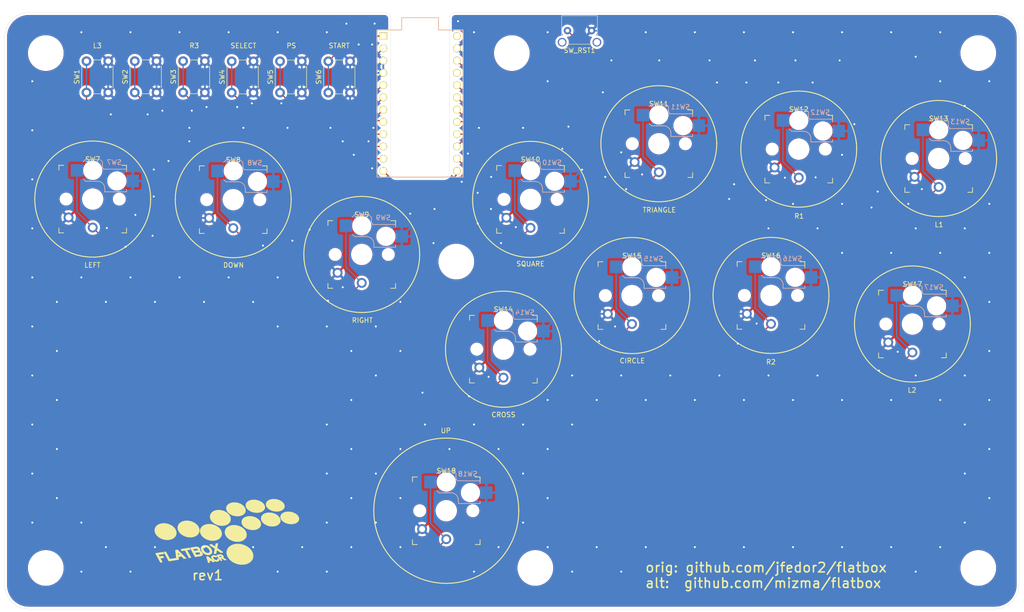
<source format=kicad_pcb>
(kicad_pcb (version 20211014) (generator pcbnew)
  (title_block (title "Flatbox ACR rev.1") (date "2022-07-20") (rev "1.0"))
  (layers (0 "F.Cu" signal) (31 "B.Cu" signal) (34 "B.Paste" user) (35 "F.Paste" user) (36 "B.SilkS" user "B.Silkscreen") (37 "F.SilkS" user "F.Silkscreen") (38 "B.Mask" user) (39 "F.Mask" user) (44 "Edge.Cuts" user))
  (net 0 "")
  (net 1 "GND")
  (net 2 "LEFT")
  (net 3 "DOWN")
  (net 4 "RIGHT")
  (net 5 "UP")
  (net 6 "L1")
  (net 7 "R1")
  (net 8 "TRIANGLE")
  (net 9 "SQUARE")
  (net 10 "CIRCLE")
  (net 11 "CROSS")
  (net 12 "R2")
  (net 13 "L2")
  (net 15 "RST")
  (net 17 "OPT1")
  (net 18 "OPT2")
  (net 19 "OPT3")
  (net 20 "OPT4")
  (net 21 "OPT5")
  (net 22 "OPT6")
  (footprint "Kailh:Kailh_socket_PG1350_optional" (layer "F.Cu") (at 87.32 65.17)
    (fp_text reference "SW8")
    (fp_text value "SW_Push")
  )
  (footprint "Kailh:Kailh_socket_PG1350_optional" (layer "F.Cu") (at 113.92 76.52)
    (fp_text reference "SW9")
    (fp_text value "SW_Push")
  )
  (footprint "Kailh:Kailh_socket_PG1350_optional" (layer "F.Cu") (at 131.42 129.62)
    (fp_text reference "SW18")
    (fp_text value "SW_Push")
  )
  (footprint "Kailh:Kailh_socket_PG1350_optional" (layer "F.Cu") (at 148.86 65.11)
    (fp_text reference "SW10")
    (fp_text value "SW_Push")
  )
  (footprint "Kailh:Kailh_socket_PG1350_optional" (layer "F.Cu") (at 175.42 53.58)
    (fp_text reference "SW11")
    (fp_text value "SW_Push")
  )
  (footprint "Kailh:Kailh_socket_PG1350_optional" (layer "F.Cu") (at 204.39 54.698)
    (fp_text reference "SW12")
    (fp_text value "SW_Push")
  )
  (footprint "Kailh:Kailh_socket_PG1350_optional" (layer "F.Cu") (at 233.36 56.642)
    (fp_text reference "SW13")
    (fp_text value "SW_Push")
  )
  (footprint "Kailh:Kailh_socket_PG1350_optional" (layer "F.Cu") (at 143.25 96.15)
    (fp_text reference "SW14")
    (fp_text value "SW_Push")
  )
  (footprint "Kailh:Kailh_socket_PG1350_optional" (layer "F.Cu") (at 169.86 85.04)
    (fp_text reference "SW15")
    (fp_text value "SW_Push")
  )
  (footprint "Kailh:Kailh_socket_PG1350_optional" (layer "F.Cu") (at 198.642 85.013132)
    (fp_text reference "SW16")
    (fp_text value "SW_Push")
  )
  (footprint "Kailh:Kailh_socket_PG1350_optional" (layer "F.Cu") (at 227.92 90.934579)
    (fp_text reference "SW17")
    (fp_text value "SW_Push")
  )
  (footprint "MountingHole:MountingHole_6.4mm_M6" (layer "F.Cu") (at 48.514 34.798)
    (fp_text reference "REF_HTOPL" hide)
    (fp_text value "MountingHole_6.4mm_M6")
  )
  (footprint "MountingHole:MountingHole_6.4mm_M6" (layer "F.Cu") (at 48.514 141.478)
    (fp_text reference "REF_HBOTL" hide)
    (fp_text value "MountingHole_6.4mm_M6")
  )
  (footprint "MountingHole:MountingHole_6.4mm_M6" (layer "F.Cu") (at 241.554 141.478)
    (fp_text reference "REF_HBOTR" hide)
    (fp_text value "MountingHole_6.4mm_M6")
  )
  (footprint "MountingHole:MountingHole_6.4mm_M6" (layer "F.Cu") (at 241.554 34.798)
    (fp_text reference "REF_HTOPR" hide)
    (fp_text value "MountingHole_6.4mm_M6")
  )
  (footprint "Kailh:Kailh_socket_PG1350_optional" (layer "F.Cu") (at 58.225 65.05)
    (fp_text reference "SW7")
    (fp_text value "SW_Push")
  )
  (footprint "MountingHole:MountingHole_6.4mm_M6" (layer "F.Cu") (at 145 34.798)
    (fp_text reference "REF_HTOPM" hide)
    (fp_text value "MountingHole_6.4mm_M6")
  )
  (footprint "Button_Switch_THT:SW_PUSH_6mm_H5mm" (layer "F.Cu") (at 87.006 43 90)
    (fp_text reference "SW4")
    (fp_text value "SW_Push")
  )
  (footprint "Button_Switch_THT:SW_PUSH_6mm_H5mm" (layer "F.Cu") (at 66.938 42.968 90)
    (fp_text reference "SW2")
    (fp_text value "SW_Push")
  )
  (footprint "Button_Switch_THT:SW_PUSH_6mm_H5mm" (layer "F.Cu") (at 97.006 43 90)
    (fp_text reference "SW5")
    (fp_text value "SW_Push")
  )
  (footprint "Button_Switch_THT:SW_PUSH_6mm_H5mm" (layer "F.Cu") (at 56.938 42.968 90)
    (fp_text reference "SW1")
    (fp_text value "SW_Push")
  )
  (footprint "Button_Switch_THT:SW_PUSH_6mm_H5mm" (layer "F.Cu") (at 76.938 42.968 90)
    (fp_text reference "SW3")
    (fp_text value "SW_Push")
  )
  (footprint "Button_Switch_THT:SW_PUSH_6mm_H5mm" (layer "F.Cu") (at 107.006 43 90)
    (fp_text reference "SW6")
    (fp_text value "SW_Push")
  )
  (footprint "MountingHole:MountingHole_6.4mm_M6" (layer "F.Cu") (at 133.5 78)
    (fp_text reference "REF_HMID" hide)
    (fp_text value "MountingHole_6.4mm_M6")
  )
  (footprint "MountingHole:MountingHole_6.4mm_M6" (layer "F.Cu") (at 149.86 141.478)
    (fp_text reference "REF_HBOTM" hide)
    (fp_text value "MountingHole_6.4mm_M6")
  )
  (footprint "ProMicro:ProMicro" (layer "F.Cu") (at 126 45.25 -90)
    (fp_text reference "U1" hide)
    (fp_text value "ProMicro")
  )
  (footprint "Flatbox:SW_Tactile_Yushakobo 3x6x4.3mm" (layer "F.Cu") (at 156.504 30.151)
    (fp_text reference "SW_RST1")
    (fp_text value "SW_Push")
  )
  (gr_poly (pts (xy 78.318683 137.618501) (xy 77.642413 137.72743) (xy 78.48265 139.278962) (xy 78.2013 139.324279) (xy 77.361063 137.772746) (xy 76.684792 137.881675) (xy 76.558163 137.647847) (xy 78.192054 137.384673)) (layer "F.SilkS") (width 0.2) (fill solid))
  (gr_curve (pts (xy 93.312452 75.586412) (xy 89.601267 77.734869) (xy 85.028899 77.734869) (xy 81.317714 75.586412)) (layer "F.SilkS") (width 0.2))
  (gr_line (start 155.244584 96.153426) (end 155.244584 96.153426) (layer "F.SilkS") (width 0.2))
  (gr_poly (pts (xy 73.164231 132.314409) (xy 73.382858 132.339302) (xy 73.5975 132.379781) (xy 73.806896 132.435019) (xy 74.009784 132.504192) (xy 74.204903 132.586474) (xy 74.390994 132.681039) (xy 74.566794 132.787062) (xy 74.731043 132.903716) (xy 74.88248 133.030175) (xy 75.019843 133.165616) (xy 75.141873 133.30921) (xy 75.247308 133.460133) (xy 75.293409 133.538085) (xy 75.334887 133.61756) (xy 75.371587 133.698454) (xy 75.40335 133.780664) (xy 75.430018 133.864087) (xy 75.451434 133.948619) (xy 75.467264 134.033152) (xy 75.477353 134.116575) (xy 75.481813 134.198785) (xy 75.480756 134.279678) (xy 75.474295 134.359153) (xy 75.462541 134.437105) (xy 75.445607 134.513431) (xy 75.423605 134.588028) (xy 75.396647 134.660793) (xy 75.364845 134.731623) (xy 75.328311 134.800414) (xy 75.287157 134.867063) (xy 75.241496 134.931467) (xy 75.19144 134.993523) (xy 75.137101 135.053127) (xy 75.078591 135.110177) (xy 75.016021 135.164568) (xy 74.949505 135.216199) (xy 74.879154 135.264965) (xy 74.805081 135.310764) (xy 74.727398 135.353492) (xy 74.646216 135.393046) (xy 74.561648 135.429323) (xy 74.473807 135.462219) (xy 74.382803 135.491632) (xy 74.28875 135.517458) (xy 74.19176 135.539593) (xy 74.091944 135.557936) (xy 73.989415 135.572382) (xy 73.884284 135.582829) (xy 73.776665 135.589172) (xy 73.666669 135.59131) (xy 73.445317 135.582829) (xy 73.22669 135.557936) (xy 73.012048 135.517458) (xy 72.802653 135.462219) (xy 72.599765 135.393046) (xy 72.404645 135.310764) (xy 72.218555 135.216199) (xy 72.042754 135.110177) (xy 71.878505 134.993523) (xy 71.727068 134.867063) (xy 71.589705 134.731623) (xy 71.467675 134.588028) (xy 71.36224 134.437105) (xy 71.316139 134.359153) (xy 71.274661 134.279678) (xy 71.237961 134.198785) (xy 71.206198 134.116575) (xy 71.17953 134.033152) (xy 71.158114 133.948619) (xy 71.142284 133.864087) (xy 71.132195 133.780664) (xy 71.127735 133.698454) (xy 71.128792 133.61756) (xy 71.135253 133.538085) (xy 71.147007 133.460133) (xy 71.163941 133.383807) (xy 71.185943 133.30921) (xy 71.212901 133.236445) (xy 71.244703 133.165616) (xy 71.281237 133.096825) (xy 71.322391 133.030175) (xy 71.368052 132.965771) (xy 71.418108 132.903716) (xy 71.472447 132.844111) (xy 71.530958 132.787062) (xy 71.593527 132.73267) (xy 71.660043 132.681039) (xy 71.730394 132.632273) (xy 71.804467 132.586474) (xy 71.88215 132.543746) (xy 71.963332 132.504192) (xy 72.0479 132.467916) (xy 72.135741 132.435019) (xy 72.226745 132.405607) (xy 72.320798 132.379781) (xy 72.417789 132.357645) (xy 72.517604 132.339302) (xy 72.620134 132.324856) (xy 72.725264 132.314409) (xy 72.832883 132.308066) (xy 72.942879 132.305928)) (layer "F.SilkS") (width 0.2) (fill solid))
  (gr_curve (pts (xy 52.226909 54.636398) (xy 55.938093 52.487941) (xy 60.510462 52.487941) (xy 64.221646 54.636398)) (layer "F.SilkS") (width 0.2))
  (gr_curve (pts (xy 204.64093 74.594671) (xy 208.352115 76.743128) (xy 210.638299 80.713639) (xy 210.638299 85.010553)) (layer "F.SilkS") (width 0.2))
  (gr_curve (pts (xy 175.854652 74.621539) (xy 179.565837 76.769996) (xy 181.852021 80.740507) (xy 181.852021 85.037421)) (layer "F.SilkS") (width 0.2))
  (gr_line (start 146.420969 129.619665) (end 146.420969 129.619665) (layer "F.SilkS") (width 0.2))
  (gr_poly (pts (xy 79.692147 137.164851) (xy 79.727201 137.165877) (xy 79.761508 137.167912) (xy 79.795068 137.170958) (xy 79.827882 137.175013) (xy 79.859949 137.180078) (xy 79.89127 137.186153) (xy 79.921844 137.193238) (xy 79.951671 137.201332) (xy 79.980752 137.210437) (xy 80.009256 137.2204) (xy 80.037038 137.231784) (xy 80.064098 137.244586) (xy 80.090435 137.258809) (xy 80.116051 137.274451) (xy 80.140945 137.291513) (xy 80.165117 137.309994) (xy 80.188567 137.329895) (xy 80.211294 137.351216) (xy 80.2333 137.373956) (xy 80.254584 137.398116) (xy 80.275145 137.423696) (xy 80.294985 137.450695) (xy 80.314102 137.479115) (xy 80.332498 137.508953) (xy 80.350171 137.540212) (xy 80.357824 137.554869) (xy 80.364952 137.56961) (xy 80.371556 137.584435) (xy 80.377635 137.599345) (xy 80.38319 137.614339) (xy 80.388221 137.629418) (xy 80.392728 137.644581) (xy 80.39671 137.659829) (xy 80.400168 137.675161) (xy 80.403101 137.690577) (xy 80.40551 137.706078) (xy 80.407395 137.721663) (xy 80.408755 137.737333) (xy 80.409591 137.753087) (xy 80.409903 137.768925) (xy 80.40969 137.784848) (xy 80.408609 137.80028) (xy 80.406644 137.815255) (xy 80.403796 137.829772) (xy 80.400064 137.843831) (xy 80.395448 137.857433) (xy 80.389949 137.870576) (xy 80.383566 137.883263) (xy 80.376299 137.895492) (xy 80.368149 137.907263) (xy 80.359115 137.918576) (xy 80.349197 137.929432) (xy 80.338396 137.93983) (xy 80.32671 137.949771) (xy 80.314142 137.959254) (xy 80.300689 137.96828) (xy 80.286353 137.976848) (xy 80.306839 137.979434) (xy 80.3272 137.982558) (xy 80.347435 137.986219) (xy 80.367545 137.990417) (xy 80.387529 137.995153) (xy 80.407387 138.000427) (xy 80.42712 138.006237) (xy 80.446727 138.012586) (xy 80.466209 138.019471) (xy 80.485565 138.026894) (xy 80.504796 138.034855) (xy 80.523901 138.043352) (xy 80.54288 138.052388) (xy 80.561734 138.06196) (xy 80.580462 138.07207) (xy 80.599065 138.082717) (xy 80.617371 138.09393) (xy 80.635209 138.105735) (xy 80.652579 138.118133) (xy 80.66948 138.131124) (xy 80.685913 138.144707) (xy 80.701878 138.158883) (xy 80.717374 138.173652) (xy 80.732402 138.189014) (xy 80.746962 138.204968) (xy 80.761053 138.221515) (xy 80.774676 138.238654) (xy 80.787831 138.256386) (xy 80.800517 138.274711) (xy 80.812735 138.293629) (xy 80.824485 138.313139) (xy 80.835767 138.333242) (xy 80.852518 138.365409) (xy 80.867489 138.396756) (xy 80.880677 138.427284) (xy 80.892085 138.456991) (xy 80.901711 138.485879) (xy 80.909555 138.513947) (xy 80.915618 138.541194) (xy 80.9199 138.567622) (xy 80.9224 138.59323) (xy 80.923119 138.618019) (xy 80.922056 138.641987) (xy 80.919212 138.665135) (xy 80.914586 138.687463) (xy 80.908179 138.708972) (xy 80.899991 138.729661) (xy 80.890021 138.749529) (xy 80.87827 138.768578) (xy 80.864737 138.786807) (xy 80.849423 138.804216) (xy 80.832328 138.820805) (xy 80.813451 138.836574) (xy 80.792793 138.851524) (xy 80.770353 138.865653) (xy 80.746132 138.878963) (xy 80.72013 138.891452) (xy 80.692346 138.903122) (xy 80.66278 138.913972) (xy 80.631434 138.924002) (xy 80.598305 138.933212) (xy 80.563396 138.941602) (xy 80.526705 138.949172) (xy 80.488233 138.955922) (xy 79.458339 139.121808) (xy 78.995876 138.26785) (xy 79.301766 138.26785) (xy 79.613063 138.842672) (xy 80.21964 138.744962) (xy 80.253031 138.739336) (xy 80.284804 138.733474) (xy 80.314958 138.727376) (xy 80.343494 138.721042) (xy 80.370411 138.714472) (xy 80.395709 138.707667) (xy 80.41939 138.700625) (xy 80.441451 138.693347) (xy 80.452186 138.689426) (xy 80.462493 138.685159) (xy 80.472372 138.680548) (xy 80.481823 138.675592) (xy 80.490846 138.670291) (xy 80.499441 138.664645) (xy 80.507609 138.658654) (xy 80.515348 138.652318) (xy 80.52266 138.645637) (xy 80.529543 138.638611) (xy 80.535999 138.631241) (xy 80.542027 138.623526) (xy 80.547627 138.615465) (xy 80.552798 138.60706) (xy 80.557542 138.59831) (xy 80.561858 138.589215) (xy 80.565866 138.579673) (xy 80.569041 138.569686) (xy 80.571383 138.559254) (xy 80.572891 138.548377) (xy 80.573567 138.537055) (xy 80.57341 138.525287) (xy 80.57242 138.513075) (xy 80.570597 138.500418) (xy 80.567941 138.487316) (xy 80.564452 138.473768) (xy 80.56013 138.459776) (xy 80.554975 138.445338) (xy 80.548987 138.430455) (xy 80.542166 138.415127) (xy 80.534512 138.399354) (xy 80.526025 138.383136) (xy 80.517003 138.367003) (xy 80.507746 138.351488) (xy 80.498253 138.33659) (xy 80.488524 138.32231) (xy 80.478559 138.308646) (xy 80.468359 138.2956) (xy 80.457923 138.283171) (xy 80.447251 138.27136) (xy 80.436343 138.260165) (xy 80.4252 138.249588) (xy 80.413821 138.239629) (xy 80.402206 138.230286) (xy 80.390355 138.221561) (xy 80.378269 138.213453) (xy 80.365947 138.205962) (xy 80.353389 138.199088) (xy 80.340746 138.192725) (xy 80.328167 138.186765) (xy 80.315654 138.181208) (xy 80.303205 138.176055) (xy 80.290822 138.171305) (xy 80.278503 138.166959) (xy 80.26625 138.163016) (xy 80.254061 138.159476) (xy 80.241938 138.15634) (xy 80.229879 138.153607) (xy 80.217885 138.151277) (xy 80.205956 138.14935) (xy 80.194093 138.147828) (xy 80.182294 138.146708) (xy 80.17056 138.145992) (xy 80.158891 138.145679) (xy 80.135338 138.145748) (xy 80.111226 138.146405) (xy 80.086555 138.147648) (xy 80.061324 138.149478) (xy 80.035534 138.151894) (xy 80.009185 138.154897) (xy 79.982276 138.158487) (xy 79.954808 138.162664) (xy 79.301766 138.26785) (xy 78.995876 138.26785) (xy 78.593565 137.524966) (xy 78.899457 137.524966) (xy 79.17514 138.034026) (xy 79.828179 137.92884) (xy 79.855501 137.924149) (xy 79.881324 137.919121) (xy 79.905648 137.913755) (xy 79.928474 137.908051) (xy 79.949801 137.902009) (xy 79.96963 137.895629) (xy 79.98796 137.888911) (xy 80.004792 137.881856) (xy 80.020125 137.874462) (xy 80.03396 137.866731) (xy 80.046297 137.858661) (xy 80.057135 137.850254) (xy 80.066474 137.841509) (xy 80.074315 137.832425) (xy 80.080658 137.823004) (xy 80.085502 137.813245) (xy 80.089534 137.80312) (xy 80.092795 137.792705) (xy 80.095286 137.782001) (xy 80.097006 137.771007) (xy 80.097955 137.759723) (xy 80.098133 137.74815) (xy 80.097541 137.736288) (xy 80.096178 137.724135) (xy 80.094044 137.711693) (xy 80.091139 137.698961) (xy 80.087464 137.68594) (xy 80.083018 137.672629) (xy 80.077801 137.659029) (xy 80.071814 137.645138) (xy 80.065056 137.630958) (xy 80.057527 137.616489) (xy 80.050173 137.603336) (xy 80.042623 137.59067) (xy 80.034877 137.57849) (xy 80.026933 137.566798) (xy 80.018793 137.555593) (xy 80.010456 137.544874) (xy 80.001922 137.534642) (xy 79.993191 137.524897) (xy 79.984264 137.515639) (xy 79.97514 137.506868) (xy 79.965819 137.498584) (xy 79.956302 137.490786) (xy 79.946588 137.483476) (xy 79.936677 137.476652) (xy 79.926569 137.470315) (xy 79.916265 137.464465) (xy 79.905704 137.458729) (xy 79.895157 137.453342) (xy 79.884623 137.448304) (xy 79.874104 137.443616) (xy 79.863598 137.439277) (xy 79.853107 137.435288) (xy 79.842629 137.431648) (xy 79.832165 137.428358) (xy 79.821715 137.425417) (xy 79.811278 137.422825) (xy 79.800856 137.420583) (xy 79.790448 137.418691) (xy 79.780053 137.417148) (xy 79.769672 137.415954) (xy 79.759305 137.41511) (xy 79.748952 137.414615) (xy 79.727509 137.413643) (xy 79.705224 137.413219) (xy 79.682096 137.413345) (xy 79.658125 137.414021) (xy 79.633311 137.415245) (xy 79.607655 137.417018) (xy 79.581156 137.419341) (xy 79.553815 137.422214) (xy 79.553815 137.422213) (xy 79.553814 137.422212) (xy 79.553814 137.422211) (xy 79.553813 137.42221) (xy 79.553813 137.422209) (xy 79.553812 137.422209) (xy 79.553811 137.422208) (xy 79.492094 137.430993) (xy 79.362463 137.451048) (xy 78.899457 137.524966) (xy 78.593565 137.524966) (xy 78.491474 137.33645) (xy 79.425864 137.185947) (xy 79.466145 137.179903) (xy 79.505678 137.17487) (xy 79.544465 137.170847) (xy 79.582506 137.167833) (xy 79.619799 137.165829) (xy 79.656346 137.164835)) (layer "F.SilkS") (width 0.2) (fill solid))
  (gr_curve (pts (xy 233.918028 80.516118) (xy 237.629213 82.664575) (xy 239.915397 86.635086) (xy 239.915397 90.932)) (layer "F.SilkS") (width 0.2))
  (gr_poly (pts (xy 87.695356 132.686384) (xy 87.913983 132.711277) (xy 88.128625 132.751756) (xy 88.33802 132.806994) (xy 88.540908 132.876167) (xy 88.736028 132.958449) (xy 88.922118 133.053014) (xy 89.097918 133.159037) (xy 89.262167 133.275691) (xy 89.413604 133.402151) (xy 89.550968 133.537591) (xy 89.672997 133.681186) (xy 89.778432 133.832109) (xy 89.824533 133.910061) (xy 89.866011 133.989536) (xy 89.902711 134.07043) (xy 89.934474 134.15264) (xy 89.961142 134.236063) (xy 89.982558 134.320596) (xy 89.998388 134.405129) (xy 90.008477 134.488551) (xy 90.012937 134.570761) (xy 90.01188 134.651655) (xy 90.005419 134.73113) (xy 89.993665 134.809082) (xy 89.976731 134.885408) (xy 89.954729 134.960005) (xy 89.927771 135.03277) (xy 89.895969 135.1036) (xy 89.859435 135.17239) (xy 89.818282 135.23904) (xy 89.772621 135.303444) (xy 89.722565 135.365499) (xy 89.668225 135.425104) (xy 89.609715 135.482153) (xy 89.547146 135.536545) (xy 89.48063 135.588176) (xy 89.410279 135.636942) (xy 89.336206 135.682741) (xy 89.258522 135.725469) (xy 89.177341 135.765023) (xy 89.092773 135.801299) (xy 89.004931 135.834196) (xy 88.913928 135.863608) (xy 88.819875 135.889434) (xy 88.722885 135.91157) (xy 88.623069 135.929913) (xy 88.52054 135.944359) (xy 88.41541 135.954806) (xy 88.307791 135.961149) (xy 88.197795 135.963287) (xy 87.976443 135.954806) (xy 87.757815 135.929913) (xy 87.543173 135.889434) (xy 87.333777 135.834196) (xy 87.130889 135.765023) (xy 86.93577 135.682741) (xy 86.749679 135.588176) (xy 86.573879 135.482153) (xy 86.40963 135.365499) (xy 86.258193 135.23904) (xy 86.120829 135.1036) (xy 85.9988 134.960005) (xy 85.893365 134.809082) (xy 85.847264 134.73113) (xy 85.805786 134.651655) (xy 85.769086 134.570761) (xy 85.737323 134.488551) (xy 85.710655 134.405129) (xy 85.689239 134.320596) (xy 85.673409 134.236063) (xy 85.66332 134.15264) (xy 85.65886 134.07043) (xy 85.659917 133.989536) (xy 85.666378 133.910061) (xy 85.678132 133.832109) (xy 85.695066 133.755783) (xy 85.717068 133.681186) (xy 85.744026 133.608421) (xy 85.775828 133.537591) (xy 85.812362 133.4688) (xy 85.853515 133.402151) (xy 85.899176 133.337747) (xy 85.949233 133.275691) (xy 86.003572 133.216086) (xy 86.062082 133.159037) (xy 86.124652 133.104645) (xy 86.191168 133.053014) (xy 86.261518 133.004248) (xy 86.335592 132.958449) (xy 86.413275 132.915721) (xy 86.494457 132.876167) (xy 86.579025 132.839891) (xy 86.666866 132.806994) (xy 86.75787 132.777582) (xy 86.851923 132.751756) (xy 86.948913 132.72962) (xy 87.048729 132.711277) (xy 87.151258 132.696831) (xy 87.256389 132.686384) (xy 87.364008 132.680041) (xy 87.474004 132.677903)) (layer "F.SilkS") (width 0.2) (fill solid))
  (gr_poly (pts (xy 88.52677 136.576384) (xy 88.79601 136.607823) (xy 89.060342 136.658946) (xy 89.318213 136.72871) (xy 89.56807 136.816074) (xy 89.80836 136.919993) (xy 90.037531 137.039425) (xy 90.254029 137.173328) (xy 90.456302 137.320658) (xy 90.642797 137.480372) (xy 90.811961 137.651428) (xy 90.962241 137.832783) (xy 91.092085 138.023395) (xy 91.148858 138.121845) (xy 91.199939 138.222219) (xy 91.245135 138.324385) (xy 91.28425 138.428214) (xy 91.317093 138.533574) (xy 91.343467 138.640336) (xy 91.362961 138.747098) (xy 91.375386 138.852459) (xy 91.380878 138.956288) (xy 91.379577 139.058454) (xy 91.37162 139.158828) (xy 91.357145 139.257279) (xy 91.336291 139.353676) (xy 91.309195 139.44789) (xy 91.275996 139.53979) (xy 91.236831 139.629245) (xy 91.19184 139.716126) (xy 91.141159 139.800301) (xy 91.084927 139.881641) (xy 91.023283 139.960016) (xy 90.956364 140.035294) (xy 90.884308 140.107346) (xy 90.807254 140.17604) (xy 90.725339 140.241248) (xy 90.638702 140.302838) (xy 90.54748 140.36068) (xy 90.451813 140.414644) (xy 90.351837 140.464599) (xy 90.247692 140.510416) (xy 90.139514 140.551962) (xy 90.027443 140.58911) (xy 89.911617 140.621727) (xy 89.792173 140.649684) (xy 89.669249 140.67285) (xy 89.542984 140.691095) (xy 89.413516 140.704288) (xy 89.280983 140.7123) (xy 89.145522 140.714999) (xy 88.872927 140.704288) (xy 88.603687 140.67285) (xy 88.339355 140.621727) (xy 88.081484 140.551962) (xy 87.831627 140.464599) (xy 87.591336 140.36068) (xy 87.362165 140.241248) (xy 87.145667 140.107346) (xy 86.943394 139.960016) (xy 86.756899 139.800301) (xy 86.587735 139.629245) (xy 86.437455 139.44789) (xy 86.307612 139.257279) (xy 86.250839 139.158828) (xy 86.199758 139.058454) (xy 86.154562 138.956288) (xy 86.115446 138.852459) (xy 86.082604 138.747098) (xy 86.05623 138.640336) (xy 86.036735 138.533574) (xy 86.024311 138.428214) (xy 86.018818 138.324385) (xy 86.02012 138.222219) (xy 86.028077 138.121845) (xy 86.042552 138.023395) (xy 86.063406 137.926997) (xy 86.090502 137.832783) (xy 86.123701 137.740884) (xy 86.162865 137.651428) (xy 86.207857 137.564548) (xy 86.258538 137.480372) (xy 86.314769 137.399032) (xy 86.376414 137.320658) (xy 86.443333 137.245379) (xy 86.515389 137.173328) (xy 86.592443 137.104633) (xy 86.674358 137.039425) (xy 86.760995 136.977835) (xy 86.852216 136.919993) (xy 86.947884 136.866029) (xy 87.047859 136.816074) (xy 87.152005 136.770257) (xy 87.260182 136.72871) (xy 87.372253 136.691563) (xy 87.48808 136.658946) (xy 87.607524 136.630989) (xy 87.730448 136.607823) (xy 87.856713 136.589578) (xy 87.986181 136.576384) (xy 88.118714 136.568373) (xy 88.254174 136.565673)) (layer "F.SilkS") (width 0.2) (fill solid))
  (gr_curve (pts (xy 123.913745 142.649412) (xy 119.271238 139.9618) (xy 116.411337 134.994889) (xy 116.411337 129.619665)) (layer "F.SilkS") (width 0.2))
  (gr_poly (pts (xy 82.559665 132.4704) (xy 82.778293 132.495293) (xy 82.992934 132.535771) (xy 83.20233 132.59101) (xy 83.405218 132.660183) (xy 83.600337 132.742465) (xy 83.786427 132.83703) (xy 83.962227 132.943052) (xy 84.126476 133.059706) (xy 84.277913 133.186166) (xy 84.415277 133.321606) (xy 84.537307 133.465201) (xy 84.642742 133.616124) (xy 84.688842 133.694076) (xy 84.730321 133.77355) (xy 84.76702 133.854444) (xy 84.798783 133.936654) (xy 84.825451 134.020077) (xy 84.846868 134.10461) (xy 84.862697 134.189142) (xy 84.872786 134.272565) (xy 84.877246 134.354775) (xy 84.87619 134.435669) (xy 84.869728 134.515143) (xy 84.857975 134.593095) (xy 84.841041 134.669422) (xy 84.819038 134.744019) (xy 84.79208 134.816784) (xy 84.760278 134.887613) (xy 84.723744 134.956404) (xy 84.682591 135.023053) (xy 84.63693 135.087457) (xy 84.586874 135.149513) (xy 84.532534 135.209117) (xy 84.474024 135.266167) (xy 84.411455 135.320559) (xy 84.344938 135.372189) (xy 84.274588 135.420956) (xy 84.200515 135.466754) (xy 84.122831 135.509482) (xy 84.041649 135.549036) (xy 83.957082 135.585313) (xy 83.86924 135.618209) (xy 83.778237 135.647622) (xy 83.684183 135.673448) (xy 83.587193 135.695584) (xy 83.487377 135.713927) (xy 83.384848 135.728373) (xy 83.279718 135.738819) (xy 83.172098 135.745163) (xy 83.062102 135.7473) (xy 82.84075 135.738819) (xy 82.622123 135.713927) (xy 82.407481 135.673448) (xy 82.198086 135.618209) (xy 81.995198 135.549036) (xy 81.800078 135.466754) (xy 81.613988 135.372189) (xy 81.438188 135.266167) (xy 81.273939 135.149513) (xy 81.122502 135.023053) (xy 80.985139 134.887613) (xy 80.863109 134.744019) (xy 80.757674 134.593095) (xy 80.711574 134.515143) (xy 80.670095 134.435669) (xy 80.633395 134.354775) (xy 80.601633 134.272565) (xy 80.574964 134.189142) (xy 80.553548 134.10461) (xy 80.537718 134.020077) (xy 80.527629 133.936654) (xy 80.523169 133.854444) (xy 80.524226 133.77355) (xy 80.530687 133.694076) (xy 80.542441 133.616124) (xy 80.559375 133.539798) (xy 80.581377 133.465201) (xy 80.608335 133.392436) (xy 80.640138 133.321606) (xy 80.676671 133.252815) (xy 80.717825 133.186166) (xy 80.763486 133.121762) (xy 80.813542 133.059706) (xy 80.867881 133.000102) (xy 80.926392 132.943052) (xy 80.988961 132.888661) (xy 81.055477 132.83703) (xy 81.125828 132.788264) (xy 81.199901 132.742465) (xy 81.277584 132.699737) (xy 81.358766 132.660183) (xy 81.443334 132.623906) (xy 81.531176 132.59101) (xy 81.622179 132.561597) (xy 81.716232 132.535771) (xy 81.813223 132.513635) (xy 81.913039 132.495293) (xy 82.015568 132.480847) (xy 82.120698 132.4704) (xy 82.228317 132.464056) (xy 82.338313 132.461919)) (layer "F.SilkS") (width 0.2) (fill solid))
  (gr_curve (pts (xy 70.219015 65.05228) (xy 70.219015 69.349193) (xy 67.932831 73.319705) (xy 64.221646 75.468162)) (layer "F.SilkS") (width 0.2))
  (gr_line (start 125.917273 76.523042) (end 125.917273 76.523042) (layer "F.SilkS") (width 0.2))
  (gr_curve (pts (xy 239.357729 46.225884) (xy 243.068914 48.374341) (xy 245.355098 52.344853) (xy 245.355098 56.641766)) (layer "F.SilkS") (width 0.2))
  (gr_curve (pts (xy 136.868315 65.114986) (xy 136.868315 60.818073) (xy 139.154499 56.847561) (xy 142.865684 54.699104)) (layer "F.SilkS") (width 0.2))
  (gr_curve (pts (xy 131.255108 96.153426) (xy 131.255108 91.856513) (xy 133.541293 87.886001) (xy 137.252477 85.737546)) (layer "F.SilkS") (width 0.2))
  (gr_curve (pts (xy 239.915397 90.932) (xy 239.915397 95.228913) (xy 237.629213 99.199425) (xy 233.918028 101.347882)) (layer "F.SilkS") (width 0.2))
  (gr_curve (pts (xy 204.64093 95.426435) (xy 200.929745 97.574891) (xy 196.357377 97.574891) (xy 192.646192 95.426435)) (layer "F.SilkS") (width 0.2))
  (gr_curve (pts (xy 149.247215 85.737546) (xy 152.9584 87.886001) (xy 155.244584 91.856513) (xy 155.244584 96.153426)) (layer "F.SilkS") (width 0.2))
  (gr_curve (pts (xy 107.925166 66.10716) (xy 111.636351 63.958703) (xy 116.208719 63.958703) (xy 119.919904 66.10716)) (layer "F.SilkS") (width 0.2))
  (gr_curve (pts (xy 181.852021 85.037421) (xy 181.852021 89.334334) (xy 179.565837 93.304846) (xy 175.854652 95.453303)) (layer "F.SilkS") (width 0.2))
  (gr_curve (pts (xy 221.92329 80.516118) (xy 225.634475 78.367661) (xy 230.206843 78.367661) (xy 233.918028 80.516118)) (layer "F.SilkS") (width 0.2))
  (gr_curve (pts (xy 245.355098 56.641766) (xy 245.355097 63.284218) (xy 239.98487 68.66899) (xy 233.36036 68.66899)) (layer "F.SilkS") (width 0.2))
  (gr_line (start 210.638299 86.285421) (end 210.638299 86.285421) (layer "F.SilkS") (width 0.2))
  (gr_curve (pts (xy 81.317714 54.754648) (xy 85.028899 52.606192) (xy 89.601267 52.606192) (xy 93.312452 54.754648)) (layer "F.SilkS") (width 0.2))
  (gr_curve (pts (xy 233.36036 68.66899) (xy 226.73585 68.66899) (xy 221.365623 63.284218) (xy 221.365622 56.641766)) (layer "F.SilkS") (width 0.2))
  (gr_curve (pts (xy 154.860422 75.530868) (xy 151.149237 77.679325) (xy 146.576869 77.679325) (xy 142.865684 75.530868)) (layer "F.SilkS") (width 0.2))
  (gr_curve (pts (xy 186.648823 85.010553) (xy 186.648823 80.713639) (xy 188.935008 76.743128) (xy 192.646192 74.594671)) (layer "F.SilkS") (width 0.2))
  (gr_curve (pts (xy 163.859914 95.453303) (xy 160.148729 93.304846) (xy 157.862545 89.334334) (xy 157.862545 85.037421)) (layer "F.SilkS") (width 0.2))
  (gr_curve (pts (xy 155.244584 96.153426) (xy 155.244584 100.45034) (xy 152.9584 104.420852) (xy 149.247215 106.569308)) (layer "F.SilkS") (width 0.2))
  (gr_curve (pts (xy 81.317714 75.586412) (xy 77.606529 73.437955) (xy 75.320345 69.467444) (xy 75.320345 65.17053)) (layer "F.SilkS") (width 0.2))
  (gr_curve (pts (xy 123.913745 116.589918) (xy 128.556251 113.902306) (xy 134.276055 113.902306) (xy 138.918561 116.589918)) (layer "F.SilkS") (width 0.2))
  (gr_curve (pts (xy 163.420555 53.581518) (xy 163.420555 49.284605) (xy 165.706739 45.314093) (xy 169.417923 43.165636)) (layer "F.SilkS") (width 0.2))
  (gr_curve (pts (xy 181.412661 63.9974) (xy 177.701476 66.145857) (xy 173.129108 66.145857) (xy 169.417923 63.9974)) (layer "F.SilkS") (width 0.2))
  (gr_curve (pts (xy 192.646192 74.594671) (xy 196.357377 72.446214) (xy 200.929745 72.446214) (xy 204.64093 74.594671)) (layer "F.SilkS") (width 0.2))
  (gr_line (start 181.852021 85.037421) (end 181.852021 85.037421) (layer "F.SilkS") (width 0.2))
  (gr_curve (pts (xy 137.252477 106.569308) (xy 133.541293 104.420852) (xy 131.255108 100.45034) (xy 131.255108 96.153426)) (layer "F.SilkS") (width 0.2))
  (gr_curve (pts (xy 215.925921 90.932) (xy 215.925921 86.635086) (xy 218.212105 82.664575) (xy 221.92329 80.516118)) (layer "F.SilkS") (width 0.2))
  (gr_poly (pts (xy 83.918027 137.38659) (xy 85.111138 138.211303) (xy 84.775584 138.265351) (xy 83.872977 137.645419) (xy 83.735366 138.432901) (xy 83.392068 138.488197) (xy 83.57863 137.443906) (xy 82.484571 136.693275) (xy 82.830449 136.637565) (xy 83.623677 137.185075) (xy 83.74677 136.48997) (xy 84.082324 136.435924)) (layer "F.SilkS") (width 0.2) (fill solid))
  (gr_curve (pts (xy 52.226909 75.468162) (xy 48.515724 73.319705) (xy 46.22954 69.349193) (xy 46.22954 65.05228)) (layer "F.SilkS") (width 0.2))
  (gr_poly (pts (xy 83.344558 138.936949) (xy 83.367974 138.938066) (xy 83.391406 138.93983) (xy 83.414854 138.942241) (xy 83.438319 138.945298) (xy 83.461799 138.949003) (xy 83.485295 138.953354) (xy 83.508807 138.958352) (xy 83.532335 138.963997) (xy 83.555879 138.970288) (xy 83.579545 138.977131) (xy 83.603034 138.984496) (xy 83.626347 138.992382) (xy 83.649482 139.000791) (xy 83.672441 139.009721) (xy 83.695224 139.019173) (xy 83.717829 139.029147) (xy 83.740258 139.039643) (xy 83.76251 139.050661) (xy 83.784585 139.0622) (xy 83.806483 139.074261) (xy 83.828204 139.086844) (xy 83.849749 139.099949) (xy 83.871117 139.113576) (xy 83.892308 139.127724) (xy 83.913322 139.142394) (xy 83.757531 139.215568) (xy 83.728768 139.196425) (xy 83.699953 139.178824) (xy 83.671085 139.162763) (xy 83.642165 139.148243) (xy 83.613192 139.135264) (xy 83.584167 139.123825) (xy 83.555089 139.113927) (xy 83.525959 139.105571) (xy 83.496776 139.098754) (xy 83.467541 139.093479) (xy 83.438253 139.089745) (xy 83.408912 139.087551) (xy 83.37952 139.086898) (xy 83.350074 139.087786) (xy 83.320576 139.090215) (xy 83.291026 139.094184) (xy 83.274362 139.097108) (xy 83.258404 139.100425) (xy 83.243151 139.104136) (xy 83.228603 139.10824) (xy 83.214762 139.112737) (xy 83.201625 139.117628) (xy 83.189194 139.122912) (xy 83.177469 139.12859) (xy 83.166449 139.134661) (xy 83.156135 139.141125) (xy 83.146526 139.147983) (xy 83.137623 139.155234) (xy 83.129426 139.162878) (xy 83.121934 139.170916) (xy 83.115148 139.179348) (xy 83.109067 139.188173) (xy 83.103631 139.19731) (xy 83.098778 139.206678) (xy 83.09451 139.216278) (xy 83.090825 139.226108) (xy 83.087725 139.236169) (xy 83.085209 139.246462) (xy 83.083276 139.256985) (xy 83.081928 139.26774) (xy 83.081164 139.278725) (xy 83.080984 139.289942) (xy 83.081388 139.30139) (xy 83.082376 139.313068) (xy 83.083948 139.324978) (xy 83.086105 139.337119) (xy 83.088845 139.349491) (xy 83.09217 139.362094) (xy 83.09586 139.374665) (xy 83.099975 139.38731) (xy 83.104514 139.40003) (xy 83.109478 139.412825) (xy 83.114867 139.425695) (xy 83.12068 139.438639) (xy 83.126918 139.451659) (xy 83.133581 139.464753) (xy 83.140668 139.477922) (xy 83.148179 139.491166) (xy 83.156116 139.504484) (xy 83.164477 139.517877) (xy 83.173262 139.531345) (xy 83.182472 139.544888) (xy 83.192107 139.558506) (xy 83.202167 139.572198) (xy 83.212555 139.585838) (xy 83.223178 139.599297) (xy 83.234034 139.612576) (xy 83.245124 139.625674) (xy 83.256447 139.638592) (xy 83.268004 139.65133) (xy 83.279795 139.663888) (xy 83.29182 139.676265) (xy 83.304079 139.688462) (xy 83.316571 139.700479) (xy 83.329297 139.712315) (xy 83.342257 139.723971) (xy 83.35545 139.735447) (xy 83.368878 139.746742) (xy 83.382539 139.757857) (xy 83.396434 139.768792) (xy 83.410525 139.779468) (xy 83.424776 139.789807) (xy 83.439185 139.799809) (xy 83.453753 139.809474) (xy 83.46848 139.818801) (xy 83.483367 139.827791) (xy 83.498412 139.836444) (xy 83.513616 139.84476) (xy 83.528979 139.852739) (xy 83.544501 139.860381) (xy 83.560182 139.867685) (xy 83.576023 139.874653) (xy 83.592022 139.881283) (xy 83.60818 139.887577) (xy 83.624497 139.893533) (xy 83.640973 139.899152) (xy 83.657543 139.904347) (xy 83.674141 139.909031) (xy 83.690768 139.913204) (xy 83.707424 139.916865) (xy 83.724109 139.920016) (xy 83.740823 139.922655) (xy 83.757565 139.924784) (xy 83.774337 139.926401) (xy 83.791137 139.927507) (xy 83.807966 139.928102) (xy 83.824824 139.928186) (xy 83.841711 139.927759) (xy 83.858627 139.926821) (xy 83.875571 139.925371) (xy 83.892545 139.923411) (xy 83.909547 139.92094) (xy 83.926234 139.917999) (xy 83.942261 139.914632) (xy 83.957629 139.910838) (xy 83.972337 139.906617) (xy 83.986386 139.90197) (xy 83.999775 139.896895) (xy 84.012505 139.891394) (xy 84.024575 139.885467) (xy 84.035986 139.879112) (xy 84.046736 139.872331) (xy 84.056828 139.865123) (xy 84.06626 139.857489) (xy 84.075032 139.849427) (xy 84.083144 139.840939) (xy 84.090597 139.832024) (xy 84.09739 139.822683) (xy 84.10348 139.812694) (xy 84.108695 139.802274) (xy 84.113034 139.791423) (xy 84.116497 139.780141) (xy 84.119085 139.768428) (xy 84.120798 139.756284) (xy 84.121634 139.743709) (xy 84.121596 139.730703) (xy 84.120681 139.717266) (xy 84.118892 139.703397) (xy 84.116226 139.689098) (xy 84.112686 139.674367) (xy 84.108269 139.659205) (xy 84.102977 139.643612) (xy 84.09681 139.627588) (xy 84.089767 139.611133) (xy 84.298768 139.604234) (xy 84.307332 139.628834) (xy 84.314784 139.652782) (xy 84.321123 139.676077) (xy 84.32635 139.698719) (xy 84.330465 139.720707) (xy 84.333467 139.742043) (xy 84.335357 139.762727) (xy 84.336135 139.782757) (xy 84.3358 139.802134) (xy 84.334353 139.820859) (xy 84.331794 139.83893) (xy 84.328123 139.856349) (xy 84.323339 139.873115) (xy 84.317443 139.889228) (xy 84.310435 139.904688) (xy 84.302314 139.919496) (xy 84.297934 139.926641) (xy 84.293268 139.933627) (xy 84.288318 139.940454) (xy 84.283081 139.947122) (xy 84.27756 139.953632) (xy 84.271753 139.959983) (xy 84.26566 139.966175) (xy 84.259282 139.972208) (xy 84.252619 139.978083) (xy 84.24567 139.983799) (xy 84.238436 139.989355) (xy 84.230917 139.994754) (xy 84.223112 139.999993) (xy 84.215022 140.005073) (xy 84.206646 140.009995) (xy 84.197985 140.014758) (xy 84.179807 140.023808) (xy 84.160487 140.032222) (xy 84.140025 140.040001) (xy 84.118422 140.047145) (xy 84.095677 140.053654) (xy 84.071791 140.059528) (xy 84.046763 140.064766) (xy 84.020593 140.06937) (xy 83.997482 140.072755) (xy 83.974339 140.075509) (xy 83.951163 140.077632) (xy 83.927955 140.079124) (xy 83.904714 140.079985) (xy 83.881441 140.080215) (xy 83.858134 140.079814) (xy 83.834796 140.078782) (xy 83.811425 140.077119) (xy 83.788021 140.074824) (xy 83.764584 140.071899) (xy 83.741115 140.068342) (xy 83.717614 140.064155) (xy 83.69408 140.059336) (xy 83.670514 140.053886) (xy 83.646915 140.047805) (xy 83.623592 140.041127) (xy 83.600451 140.033953) (xy 83.577492 140.026282) (xy 83.554714 140.018115) (xy 83.532117 140.009451) (xy 83.509702 140.00029) (xy 83.487469 139.990633) (xy 83.465417 139.980479) (xy 83.443546 139.969829) (xy 83.421857 139.958682) (xy 83.400349 139.947039) (xy 83.379023 139.934899) (xy 83.357879 139.922263) (xy 83.336915 139.909129) (xy 83.316134 139.8955) (xy 83.295533 139.881374) (xy 83.275254 139.866605) (xy 83.255307 139.851485) (xy 83.235692 139.836013) (xy 83.216409 139.820188) (xy 83.197458 139.804012) (xy 83.17884 139.787484) (xy 83.160554 139.770603) (xy 83.1426 139.753371) (xy 83.124978 139.735787) (xy 83.107689 139.717851) (xy 83.090732 139.699562) (xy 83.074106 139.680922) (xy 83.057814 139.661931) (xy 83.041853 139.642587) (xy 83.026224 139.622891) (xy 83.010928 139.602843) (xy 82.996168 139.582717) (xy 82.982149 139.562783) (xy 82.968869 139.543042) (xy 82.956329 139.523494) (xy 82.944528 139.504139) (xy 82.933468 139.484978) (xy 82.923148 139.466009) (xy 82.913568 139.447234) (xy 82.904728 139.428652) (xy 82.896628 139.410262) (xy 82.889268 139.392066) (xy 82.882647 139.374063) (xy 82.876767 139.356253) (xy 82.871627 139.338636) (xy 82.867227 139.321212) (xy 82.863566 139.303981) (xy 82.860748 139.286804) (xy 82.858744 139.269976) (xy 82.857554 139.253498) (xy 82.857179 139.237371) (xy 82.857619 139.221593) (xy 82.858874 139.206165) (xy 82.860944 139.191087) (xy 82.863828 139.176359) (xy 82.867527 139.161981) (xy 82.872041 139.147953) (xy 82.87737 139.134275) (xy 82.883513 139.120946) (xy 82.890472 139.107968) (xy 82.898245 139.095339) (xy 82.906833 139.083061) (xy 82.916236 139.071132) (xy 82.926657 139.059599) (xy 82.937896 139.048572) (xy 82.949953 139.03805) (xy 82.962827 139.028032) (xy 82.976519 139.018521) (xy 82.991028 139.009514) (xy 83.006355 139.001013) (xy 83.0225 138.993017) (xy 83.039462 138.985526) (xy 83.057242 138.97854) (xy 83.075839 138.97206) (xy 83.095254 138.966085) (xy 83.115487 138.960615) (xy 83.136537 138.955651) (xy 83.158405 138.951192) (xy 83.18109 138.947238) (xy 83.204395 138.943828) (xy 83.227716 138.941064) (xy 83.251052 138.938948) (xy 83.274404 138.937478) (xy 83.297773 138.936655) (xy 83.321157 138.936478)) (layer "F.SilkS") (width 0.2) (fill solid))
  (gr_curve (pts (xy 107.925166 86.938924) (xy 104.213982 84.790467) (xy 101.927798 80.819955) (xy 101.927798 76.523042)) (layer "F.SilkS") (width 0.2))
  (gr_poly (pts (xy 95.899774 127.291217) (xy 96.085864 127.309461) (xy 96.268563 127.339128) (xy 96.446795 127.379613) (xy 96.619489 127.430311) (xy 96.78557 127.490616) (xy 96.943966 127.559924) (xy 97.093603 127.637629) (xy 97.233408 127.723125) (xy 97.362308 127.815809) (xy 97.479229 127.915075) (xy 97.583098 128.020317) (xy 97.672842 128.130931) (xy 97.747387 128.24631) (xy 97.778625 128.305599) (xy 97.805661 128.365851) (xy 97.82836 128.426993) (xy 97.846589 128.488948) (xy 97.860063 128.550903) (xy 97.868651 128.612045) (xy 97.872447 128.672297) (xy 97.871547 128.731585) (xy 97.866048 128.789833) (xy 97.856043 128.846965) (xy 97.841629 128.902905) (xy 97.822901 128.957578) (xy 97.799955 129.010909) (xy 97.772886 129.06282) (xy 97.741789 129.113238) (xy 97.70676 129.162086) (xy 97.667895 129.209288) (xy 97.625288 129.25477) (xy 97.579036 129.298455) (xy 97.529233 129.340267) (xy 97.475975 129.380131) (xy 97.419359 129.417972) (xy 97.359478 129.453713) (xy 97.296428 129.48728) (xy 97.230306 129.518595) (xy 97.161206 129.547585) (xy 97.089224 129.574173) (xy 97.014455 129.598283) (xy 96.936995 129.61984) (xy 96.856939 129.638768) (xy 96.774383 129.654992) (xy 96.689422 129.668435) (xy 96.602151 129.679023) (xy 96.512667 129.686679) (xy 96.421064 129.691329) (xy 96.327437 129.692895) (xy 96.139028 129.686679) (xy 95.952937 129.668435) (xy 95.770239 129.638768) (xy 95.592006 129.598283) (xy 95.419312 129.547585) (xy 95.253231 129.48728) (xy 95.094835 129.417972) (xy 94.945198 129.340267) (xy 94.805393 129.25477) (xy 94.676494 129.162086) (xy 94.559573 129.06282) (xy 94.455704 128.957578) (xy 94.36596 128.846965) (xy 94.291414 128.731585) (xy 94.260176 128.672297) (xy 94.233141 128.612045) (xy 94.210441 128.550903) (xy 94.192212 128.488948) (xy 94.178738 128.426993) (xy 94.170151 128.365851) (xy 94.166355 128.305599) (xy 94.167254 128.24631) (xy 94.172754 128.188063) (xy 94.182758 128.130931) (xy 94.197172 128.07499) (xy 94.2159 128.020317) (xy 94.238846 127.966987) (xy 94.265915 127.915075) (xy 94.297012 127.864657) (xy 94.332041 127.815809) (xy 94.370906 127.768607) (xy 94.413513 127.723125) (xy 94.459766 127.679441) (xy 94.509568 127.637629) (xy 94.562826 127.597764) (xy 94.619443 127.559924) (xy 94.679324 127.524182) (xy 94.742373 127.490616) (xy 94.808496 127.4593) (xy 94.877596 127.430311) (xy 94.949578 127.403723) (xy 95.024347 127.379613) (xy 95.101807 127.358056) (xy 95.181863 127.339128) (xy 95.264419 127.322904) (xy 95.34938 127.309461) (xy 95.43665 127.298873) (xy 95.526135 127.291217) (xy 95.617738 127.286568) (xy 95.711364 127.285001)) (layer "F.SilkS") (width 0.2) (fill solid))
  (gr_curve (pts (xy 146.420969 129.619665) (xy 146.420969 134.994889) (xy 143.561067 139.9618) (xy 138.918561 142.649412)) (layer "F.SilkS") (width 0.2))
  (gr_curve (pts (xy 142.865684 54.699104) (xy 146.576869 52.550648) (xy 151.149237 52.550648) (xy 154.860422 54.699104)) (layer "F.SilkS") (width 0.2))
  (gr_line (start 187.41003 53.581518) (end 187.41003 53.581518) (layer "F.SilkS") (width 0.2))
  (gr_line (start 245.355098 56.641766) (end 245.355098 56.641766) (layer "F.SilkS") (width 0.2))
  (gr_poly (pts (xy 77.455338 139.444434) (xy 77.124946 139.497651) (xy 76.636059 138.999101) (xy 75.887516 139.11967) (xy 75.973737 139.683078) (xy 75.643344 139.736295) (xy 75.431811 138.070495) (xy 75.726253 138.070495) (xy 75.849909 138.868856) (xy 76.417771 138.777389) (xy 75.726253 138.070495) (xy 75.431811 138.070495) (xy 75.401793 137.83411) (xy 75.763158 137.775903)) (layer "F.SilkS") (width 0.2) (fill solid))
  (gr_curve (pts (xy 210.385198 65.117139) (xy 206.674013 67.265596) (xy 202.101645 67.265596) (xy 198.39046 65.117139)) (layer "F.SilkS") (width 0.2))
  (gr_curve (pts (xy 142.865684 75.530868) (xy 139.154499 73.382411) (xy 136.868315 69.4119) (xy 136.868315 65.114986)) (layer "F.SilkS") (width 0.2))
  (gr_line (start 239.915397 90.932) (end 239.915397 90.932) (layer "F.SilkS") (width 0.2))
  (gr_curve (pts (xy 99.309821 65.17053) (xy 99.309821 69.467444) (xy 97.023636 73.437955) (xy 93.312452 75.586412)) (layer "F.SilkS") (width 0.2))
  (gr_curve (pts (xy 64.221646 54.636398) (xy 67.932831 56.784855) (xy 70.219015 60.755367) (xy 70.219015 65.05228)) (layer "F.SilkS") (width 0.2))
  (gr_line (start 160.857791 65.114986) (end 160.857791 65.114986) (layer "F.SilkS") (width 0.2))
  (gr_curve (pts (xy 119.919904 86.938924) (xy 116.208719 89.08738) (xy 111.636351 89.08738) (xy 107.925166 86.938924)) (layer "F.SilkS") (width 0.2))
  (gr_curve (pts (xy 181.412661 43.165636) (xy 185.123846 45.314093) (xy 187.41003 49.284605) (xy 187.41003 53.581518)) (layer "F.SilkS") (width 0.2))
  (gr_curve (pts (xy 227.362991 46.225884) (xy 231.074176 44.077427) (xy 235.646544 44.077427) (xy 239.357729 46.225884)) (layer "F.SilkS") (width 0.2))
  (gr_curve (pts (xy 210.638299 85.010553) (xy 210.638299 89.307466) (xy 208.352115 93.277978) (xy 204.64093 95.426435)) (layer "F.SilkS") (width 0.2))
  (gr_curve (pts (xy 116.411337 129.619665) (xy 116.411337 124.244441) (xy 119.271238 119.277529) (xy 123.913745 116.589918)) (layer "F.SilkS") (width 0.2))
  (gr_curve (pts (xy 160.857791 65.114986) (xy 160.857791 69.4119) (xy 158.571607 73.382411) (xy 154.860422 75.530868)) (layer "F.SilkS") (width 0.2))
  (gr_curve (pts (xy 101.927798 76.523042) (xy 101.927798 72.226128) (xy 104.213982 68.255617) (xy 107.925166 66.10716)) (layer "F.SilkS") (width 0.2))
  (gr_poly (pts (xy 84.511295 129.560658) (xy 84.717872 129.584178) (xy 84.920683 129.622425) (xy 85.118537 129.674619) (xy 85.310242 129.73998) (xy 85.494606 129.817726) (xy 85.670439 129.907079) (xy 85.83655 130.007257) (xy 85.991745 130.117481) (xy 86.134835 130.23697) (xy 86.264627 130.364945) (xy 86.379931 130.500624) (xy 86.479554 130.643229) (xy 86.523114 130.716884) (xy 86.562306 130.791978) (xy 86.596983 130.868413) (xy 86.626995 130.946091) (xy 86.652193 131.024916) (xy 86.672429 131.104789) (xy 86.687386 131.184662) (xy 86.696919 131.263487) (xy 86.701133 131.341166) (xy 86.700135 131.417601) (xy 86.69403 131.492695) (xy 86.682924 131.56635) (xy 86.666923 131.638469) (xy 86.646133 131.708955) (xy 86.620661 131.777709) (xy 86.590612 131.844634) (xy 86.556092 131.909634) (xy 86.517207 131.972609) (xy 86.474062 132.033463) (xy 86.426765 132.092099) (xy 86.375421 132.148418) (xy 86.320135 132.202323) (xy 86.261015 132.253716) (xy 86.198165 132.302501) (xy 86.131692 132.348579) (xy 86.061702 132.391854) (xy 85.9883 132.432226) (xy 85.911593 132.4696) (xy 85.831686 132.503877) (xy 85.748686 132.534961) (xy 85.662699 132.562752) (xy 85.57383 132.587154) (xy 85.482185 132.60807) (xy 85.387871 132.625402) (xy 85.290993 132.639052) (xy 85.191658 132.648922) (xy 85.08997 132.654916) (xy 84.986037 132.656936) (xy 84.776886 132.648922) (xy 84.570309 132.625402) (xy 84.367499 132.587154) (xy 84.169645 132.534961) (xy 83.97794 132.4696) (xy 83.793576 132.391854) (xy 83.617743 132.302501) (xy 83.451633 132.202323) (xy 83.296437 132.092099) (xy 83.153348 131.972609) (xy 83.023556 131.844634) (xy 82.908252 131.708955) (xy 82.808629 131.56635) (xy 82.765069 131.492695) (xy 82.725877 131.417601) (xy 82.6912 131.341166) (xy 82.661188 131.263487) (xy 82.63599 131.184662) (xy 82.615754 131.104789) (xy 82.600797 131.024916) (xy 82.591264 130.946091) (xy 82.58705 130.868413) (xy 82.588048 130.791978) (xy 82.594154 130.716884) (xy 82.60526 130.643229) (xy 82.62126 130.57111) (xy 82.64205 130.500624) (xy 82.667522 130.43187) (xy 82.697571 130.364945) (xy 82.732091 130.299946) (xy 82.770976 130.23697) (xy 82.81412 130.176116) (xy 82.861417 130.117481) (xy 82.912762 130.061162) (xy 82.968047 130.007257) (xy 83.027168 129.955863) (xy 83.090017 129.907079) (xy 83.15649 129.861) (xy 83.226481 129.817726) (xy 83.299882 129.777353) (xy 83.376589 129.73998) (xy 83.456496 129.705702) (xy 83.539495 129.674619) (xy 83.625483 129.646828) (xy 83.714352 129.622425) (xy 83.805996 129.60151) (xy 83.90031 129.584178) (xy 83.997188 129.570528) (xy 84.096524 129.560658) (xy 84.198211 129.554664) (xy 84.302144 129.552644)) (layer "F.SilkS") (width 0.2) (fill solid))
  (gr_curve (pts (xy 198.39046 65.117139) (xy 194.679275 62.968683) (xy 192.393091 58.998171) (xy 192.393091 54.701258)) (layer "F.SilkS") (width 0.2))
  (gr_curve (pts (xy 169.417923 63.9974) (xy 165.706739 61.848943) (xy 163.420555 57.878432) (xy 163.420555 53.581518)) (layer "F.SilkS") (width 0.2))
  (gr_curve (pts (xy 119.919904 66.10716) (xy 123.631089 68.255617) (xy 125.917273 72.226128) (xy 125.917273 76.523042)) (layer "F.SilkS") (width 0.2))
  (gr_curve (pts (xy 221.92329 101.347882) (xy 218.212105 99.199425) (xy 215.925921 95.228913) (xy 215.925921 90.932)) (layer "F.SilkS") (width 0.2))
  (gr_curve (pts (xy 93.312452 54.754648) (xy 97.023636 56.903105) (xy 99.309821 60.873617) (xy 99.309821 65.17053)) (layer "F.SilkS") (width 0.2))
  (gr_curve (pts (xy 233.918028 101.347882) (xy 230.206843 103.496338) (xy 225.634475 103.496338) (xy 221.92329 101.347882)) (layer "F.SilkS") (width 0.2))
  (gr_poly (pts (xy 90.927428 130.843747) (xy 91.120749 130.864173) (xy 91.310546 130.897388) (xy 91.495703 130.942715) (xy 91.675107 130.999476) (xy 91.847641 131.066994) (xy 92.012191 131.14459) (xy 92.167642 131.231589) (xy 92.312879 131.327311) (xy 92.446787 131.43108) (xy 92.568251 131.542218) (xy 92.676156 131.660047) (xy 92.769387 131.78389) (xy 92.810151 131.847855) (xy 92.846829 131.913069) (xy 92.87928 131.979448) (xy 92.907367 132.046907) (xy 92.930948 132.115361) (xy 92.949885 132.184726) (xy 92.963883 132.254091) (xy 92.972804 132.322545) (xy 92.976748 132.390004) (xy 92.975813 132.456382) (xy 92.9701 132.521597) (xy 92.959706 132.585561) (xy 92.944732 132.648192) (xy 92.925277 132.709404) (xy 92.901439 132.769113) (xy 92.873318 132.827233) (xy 92.841013 132.883681) (xy 92.804623 132.938371) (xy 92.764248 132.991218) (xy 92.719985 133.042139) (xy 92.671936 133.091048) (xy 92.620198 133.137861) (xy 92.564871 133.182493) (xy 92.506055 133.22486) (xy 92.443847 133.264876) (xy 92.378348 133.302456) (xy 92.309656 133.337518) (xy 92.237872 133.369974) (xy 92.163093 133.399742) (xy 92.085419 133.426735) (xy 92.004949 133.45087) (xy 91.921783 133.472062) (xy 91.836019 133.490226) (xy 91.747757 133.505277) (xy 91.657096 133.517131) (xy 91.564135 133.525703) (xy 91.468973 133.530909) (xy 91.371709 133.532663) (xy 91.175979 133.525703) (xy 90.982657 133.505277) (xy 90.79286 133.472062) (xy 90.607703 133.426735) (xy 90.428299 133.369974) (xy 90.255765 133.302456) (xy 90.091215 133.22486) (xy 89.935763 133.137861) (xy 89.790526 133.042139) (xy 89.656619 132.938371) (xy 89.535155 132.827233) (xy 89.42725 132.709404) (xy 89.334019 132.585561) (xy 89.293255 132.521597) (xy 89.256578 132.456382) (xy 89.224126 132.390004) (xy 89.19604 132.322545) (xy 89.172459 132.254091) (xy 89.153522 132.184726) (xy 89.139524 132.115361) (xy 89.130603 132.046907) (xy 89.126659 131.979448) (xy 89.127593 131.913069) (xy 89.133307 131.847855) (xy 89.1437 131.78389) (xy 89.158674 131.721259) (xy 89.178129 131.660047) (xy 89.201967 131.600338) (xy 89.230088 131.542218) (xy 89.262393 131.48577) (xy 89.298783 131.43108) (xy 89.339159 131.378232) (xy 89.383421 131.327311) (xy 89.43147 131.278402) (xy 89.483208 131.231589) (xy 89.538535 131.186957) (xy 89.597352 131.14459) (xy 89.659559 131.104575) (xy 89.725059 131.066994) (xy 89.79375 131.031933) (xy 89.865535 130.999476) (xy 89.940314 130.969708) (xy 90.017988 130.942715) (xy 90.098458 130.91858) (xy 90.181624 130.897388) (xy 90.267388 130.879224) (xy 90.35565 130.864173) (xy 90.446311 130.852319) (xy 90.539272 130.843747) (xy 90.634434 130.838541) (xy 90.731698 130.836787)) (layer "F.SilkS") (width 0.2) (fill solid))
  (gr_poly (pts (xy 94.95918 130.099791) (xy 95.152502 130.120217) (xy 95.342299 130.153432) (xy 95.527457 130.19876) (xy 95.70686 130.255521) (xy 95.879395 130.323039) (xy 96.043945 130.400635) (xy 96.199396 130.487634) (xy 96.344633 130.583356) (xy 96.478541 130.687125) (xy 96.600004 130.798263) (xy 96.707909 130.916092) (xy 96.801139 131.039935) (xy 96.841903 131.1039) (xy 96.878581 131.169114) (xy 96.911032 131.235493) (xy 96.939118 131.302951) (xy 96.9627 131.371406) (xy 96.981637 131.44077) (xy 96.995635 131.510135) (xy 97.004556 131.57859) (xy 97.0085 131.646049) (xy 97.007565 131.712428) (xy 97.001852 131.777642) (xy 96.991459 131.841607) (xy 96.976485 131.904238) (xy 96.95703 131.96545) (xy 96.933192 132.025158) (xy 96.905071 132.083279) (xy 96.872766 132.139726) (xy 96.836376 132.194416) (xy 96.796001 132.247264) (xy 96.751738 132.298185) (xy 96.703689 132.347095) (xy 96.651951 132.393908) (xy 96.596624 132.43854) (xy 96.537808 132.480906) (xy 96.4756 132.520922) (xy 96.410101 132.558503) (xy 96.341409 132.593564) (xy 96.269624 132.62602) (xy 96.194845 132.655788) (xy 96.117172 132.682781) (xy 96.036702 132.706917) (xy 95.953535 132.728108) (xy 95.867772 132.746272) (xy 95.779509 132.761324) (xy 95.688848 132.773178) (xy 95.595887 132.78175) (xy 95.500724 132.786955) (xy 95.403461 132.788709) (xy 95.207731 132.78175) (xy 95.01441 132.761324) (xy 94.824613 132.728108) (xy 94.639455 132.682781) (xy 94.460052 132.62602) (xy 94.287518 132.558503) (xy 94.122968 132.480906) (xy 93.967517 132.393908) (xy 93.822279 132.298185) (xy 93.688372 132.194416) (xy 93.566908 132.083279) (xy 93.459003 131.96545) (xy 93.365772 131.841607) (xy 93.325008 131.777642) (xy 93.28833 131.712428) (xy 93.255878 131.646049) (xy 93.227792 131.57859) (xy 93.204211 131.510135) (xy 93.185273 131.44077) (xy 93.171276 131.371406) (xy 93.162355 131.302951) (xy 93.158411 131.235493) (xy 93.159346 131.169114) (xy 93.165059 131.1039) (xy 93.175452 131.039935) (xy 93.190426 130.977304) (xy 93.209882 130.916092) (xy 93.23372 130.856383) (xy 93.261841 130.798263) (xy 93.294146 130.741815) (xy 93.330536 130.687125) (xy 93.370911 130.634277) (xy 93.415173 130.583356) (xy 93.463223 130.534447) (xy 93.514961 130.487634) (xy 93.570287 130.443002) (xy 93.629104 130.400635) (xy 93.691312 130.360619) (xy 93.756811 130.323039) (xy 93.825502 130.287977) (xy 93.897287 130.255521) (xy 93.972066 130.225753) (xy 94.04974 130.19876) (xy 94.130209 130.174624) (xy 94.213376 130.153432) (xy 94.299139 130.135268) (xy 94.387402 130.120217) (xy 94.478063 130.108363) (xy 94.571024 130.099791) (xy 94.666186 130.094586) (xy 94.76345 130.092832)) (layer "F.SilkS") (width 0.2) (fill solid))
  (gr_curve (pts (xy 175.854652 95.453303) (xy 172.143467 97.601759) (xy 167.571099 97.601759) (xy 163.859914 95.453303)) (layer "F.SilkS") (width 0.2))
  (gr_poly (pts (xy 77.927944 131.774439) (xy 78.146571 131.799332) (xy 78.361213 131.83981) (xy 78.570608 131.895049) (xy 78.773496 131.964222) (xy 78.968616 132.046504) (xy 79.154706 132.141069) (xy 79.330507 132.247091) (xy 79.494756 132.363745) (xy 79.646193 132.490205) (xy 79.783557 132.625645) (xy 79.905587 132.76924) (xy 80.011022 132.920163) (xy 80.057122 132.998115) (xy 80.098601 133.077589) (xy 80.135301 133.158483) (xy 80.167063 133.240693) (xy 80.193732 133.324116) (xy 80.215148 133.408649) (xy 80.230978 133.493181) (xy 80.241066 133.576604) (xy 80.245526 133.658815) (xy 80.244469 133.739709) (xy 80.238008 133.819183) (xy 80.226254 133.897135) (xy 80.20932 133.973462) (xy 80.187318 134.048059) (xy 80.16036 134.120824) (xy 80.128558 134.191654) (xy 80.092024 134.260445) (xy 80.05087 134.327094) (xy 80.005209 134.391498) (xy 79.955153 134.453554) (xy 79.900814 134.513158) (xy 79.842304 134.570208) (xy 79.779734 134.6246) (xy 79.713218 134.67623) (xy 79.642868 134.724996) (xy 79.568794 134.770795) (xy 79.491111 134.813523) (xy 79.409929 134.853077) (xy 79.325362 134.889354) (xy 79.23752 134.92225) (xy 79.146517 134.951663) (xy 79.052463 134.977489) (xy 78.955473 134.999625) (xy 78.855657 135.017968) (xy 78.753128 135.032414) (xy 78.647998 135.04286) (xy 78.540378 135.049204) (xy 78.430382 135.051341) (xy 78.20903 135.04286) (xy 77.990403 135.017968) (xy 77.775761 134.977489) (xy 77.566365 134.92225) (xy 77.363477 134.853077) (xy 77.168358 134.770795) (xy 76.982267 134.67623) (xy 76.806467 134.570208) (xy 76.642218 134.453554) (xy 76.490781 134.327094) (xy 76.353417 134.191654) (xy 76.231387 134.048059) (xy 76.125952 133.897135) (xy 76.079852 133.819183) (xy 76.038373 133.739709) (xy 76.001674 133.658815) (xy 75.969911 133.576604) (xy 75.943243 133.493181) (xy 75.921826 133.408649) (xy 75.905997 133.324116) (xy 75.895908 133.240693) (xy 75.891448 133.158483) (xy 75.892504 133.077589) (xy 75.898966 132.998115) (xy 75.91072 132.920163) (xy 75.927654 132.843837) (xy 75.949656 132.76924) (xy 75.976614 132.696475) (xy 76.008416 132.625645) (xy 76.04495 132.556854) (xy 76.086103 132.490205) (xy 76.131764 132.425801) (xy 76.18182 132.363745) (xy 76.23616 132.304141) (xy 76.29467 132.247091) (xy 76.357239 132.1927) (xy 76.423756 132.141069) (xy 76.494106 132.092303) (xy 76.568179 132.046504) (xy 76.645863 132.003776) (xy 76.727045 131.964222) (xy 76.811612 131.927945) (xy 76.899454 131.895049) (xy 76.990458 131.865636) (xy 77.084511 131.83981) (xy 77.181501 131.817674) (xy 77.281317 131.799332) (xy 77.383846 131.784886) (xy 77.488977 131.774439) (xy 77.596596 131.768096) (xy 77.706592 131.765958)) (layer "F.SilkS") (width 0.2) (fill solid))
  (gr_curve (pts (xy 46.22954 65.05228) (xy 46.22954 60.755367) (xy 48.515724 56.784855) (xy 52.226909 54.636398)) (layer "F.SilkS") (width 0.2))
  (gr_poly (pts (xy 98.899592 129.907058) (xy 99.085683 129.925302) (xy 99.268381 129.954969) (xy 99.446614 129.995454) (xy 99.619308 130.046152) (xy 99.785389 130.106457) (xy 99.943785 130.175765) (xy 100.093422 130.253469) (xy 100.233227 130.338966) (xy 100.362127 130.43165) (xy 100.479048 130.530916) (xy 100.582917 130.636158) (xy 100.67266 130.746772) (xy 100.747206 130.862151) (xy 100.778444 130.921439) (xy 100.805479 130.981692) (xy 100.828179 131.042834) (xy 100.846408 131.104789) (xy 100.859882 131.166744) (xy 100.868469 131.227886) (xy 100.872266 131.288139) (xy 100.871366 131.347427) (xy 100.865866 131.405675) (xy 100.855862 131.462807) (xy 100.841448 131.518747) (xy 100.82272 131.57342) (xy 100.799774 131.626751) (xy 100.772705 131.678663) (xy 100.741608 131.72908) (xy 100.706579 131.777928) (xy 100.667714 131.825131) (xy 100.625107 131.870612) (xy 100.578855 131.914297) (xy 100.529052 131.956109) (xy 100.475794 131.995974) (xy 100.419177 132.033815) (xy 100.359296 132.069556) (xy 100.296247 132.103122) (xy 100.230125 132.134438) (xy 100.161025 132.163428) (xy 100.089042 132.190016) (xy 100.014274 132.214126) (xy 99.936813 132.235683) (xy 99.856758 132.254611) (xy 99.774201 132.270834) (xy 99.68924 132.284278) (xy 99.60197 132.294866) (xy 99.512485 132.302522) (xy 99.420882 132.307171) (xy 99.327256 132.308738) (xy 99.138847 132.302522) (xy 98.952756 132.284278) (xy 98.770058 132.254611) (xy 98.591826 132.214126) (xy 98.419133 132.163428) (xy 98.253051 132.103122) (xy 98.094656 132.033815) (xy 97.945019 131.956109) (xy 97.805214 131.870612) (xy 97.676314 131.777928) (xy 97.559393 131.678663) (xy 97.455524 131.57342) (xy 97.36578 131.462807) (xy 97.291235 131.347427) (xy 97.259997 131.288139) (xy 97.232961 131.227886) (xy 97.210262 131.166744) (xy 97.192033 131.104789) (xy 97.178559 131.042834) (xy 97.169971 130.981692) (xy 97.166175 130.921439) (xy 97.167075 130.862151) (xy 97.172574 130.803903) (xy 97.182579 130.746772) (xy 97.196993 130.690831) (xy 97.215721 130.636158) (xy 97.238667 130.582828) (xy 97.265736 130.530916) (xy 97.296833 130.480498) (xy 97.331862 130.43165) (xy 97.370727 130.384448) (xy 97.413334 130.338966) (xy 97.459586 130.295282) (xy 97.509389 130.253469) (xy 97.562646 130.213605) (xy 97.619263 130.175765) (xy 97.679144 130.140023) (xy 97.742193 130.106457) (xy 97.808316 130.075141) (xy 97.877416 130.046152) (xy 97.949398 130.019564) (xy 98.024167 129.995454) (xy 98.101626 129.973897) (xy 98.181682 129.954969) (xy 98.264238 129.938745) (xy 98.349199 129.925302) (xy 98.43647 129.914714) (xy 98.525954 129.907058) (xy 98.617557 129.902408) (xy 98.711183 129.900842)) (layer "F.SilkS") (width 0.2) (fill solid))
  (gr_curve (pts (xy 169.417923 43.165636) (xy 173.129108 41.01718) (xy 177.701476 41.01718) (xy 181.412661 43.165636)) (layer "F.SilkS") (width 0.2))
  (gr_curve (pts (xy 137.252477 85.737546) (xy 140.963662 83.589088) (xy 145.53603 83.589088) (xy 149.247215 85.737546)) (layer "F.SilkS") (width 0.2))
  (gr_curve (pts (xy 216.382567 54.701258) (xy 216.382567 58.998171) (xy 214.096383 62.968683) (xy 210.385198 65.117139)) (layer "F.SilkS") (width 0.2))
  (gr_curve (pts (xy 64.221646 75.468162) (xy 60.510462 77.616619) (xy 55.938093 77.616619) (xy 52.226909 75.468162)) (layer "F.SilkS") (width 0.2))
  (gr_curve (pts (xy 154.860422 54.699104) (xy 158.571607 56.847561) (xy 160.857791 60.818073) (xy 160.857791 65.114986)) (layer "F.SilkS") (width 0.2))
  (gr_curve (pts (xy 187.41003 53.581518) (xy 187.41003 57.878432) (xy 185.123846 61.848943) (xy 181.412661 63.9974)) (layer "F.SilkS") (width 0.2))
  (gr_curve (pts (xy 192.646192 95.426435) (xy 188.935008 93.277978) (xy 186.648823 89.307466) (xy 186.648823 85.010553)) (layer "F.SilkS") (width 0.2))
  (gr_curve (pts (xy 125.917273 76.523042) (xy 125.917273 80.819955) (xy 123.631089 84.790467) (xy 119.919904 86.938924)) (layer "F.SilkS") (width 0.2))
  (gr_poly (pts (xy 74.165434 139.717471) (xy 75.437959 139.512504) (xy 75.565908 139.748767) (xy 74.012034 139.999049) (xy 73.045168 138.213691) (xy 73.326517 138.168372)) (layer "F.SilkS") (width 0.2) (fill solid))
  (gr_curve (pts (xy 138.918561 116.589918) (xy 143.561067 119.277529) (xy 146.420969 124.244441) (xy 146.420969 129.619665)) (layer "F.SilkS") (width 0.2))
  (gr_curve (pts (xy 138.918561 142.649412) (xy 134.276055 145.337024) (xy 128.556251 145.337024) (xy 123.913745 142.649412)) (layer "F.SilkS") (width 0.2))
  (gr_poly (pts (xy 91.768156 127.435518) (xy 91.960272 127.454671) (xy 92.148885 127.485817) (xy 92.332888 127.52832) (xy 92.511173 127.581544) (xy 92.682632 127.644854) (xy 92.846157 127.717616) (xy 93.000639 127.799193) (xy 93.14497 127.888951) (xy 93.278043 127.986253) (xy 93.39875 128.090465) (xy 93.505982 128.200952) (xy 93.598632 128.317078) (xy 93.675591 128.438207) (xy 93.70784 128.500449) (xy 93.735751 128.563705) (xy 93.759185 128.627893) (xy 93.778005 128.692935) (xy 93.791915 128.757978) (xy 93.80078 128.822166) (xy 93.8047 128.885422) (xy 93.803771 128.947665) (xy 93.798093 129.008815) (xy 93.787765 129.068794) (xy 93.772884 129.127522) (xy 93.75355 129.18492) (xy 93.729861 129.240908) (xy 93.701915 129.295407) (xy 93.669812 129.348337) (xy 93.633649 129.399619) (xy 93.593525 129.449173) (xy 93.549539 129.496921) (xy 93.501789 129.542783) (xy 93.450373 129.586679) (xy 93.395391 129.628529) (xy 93.336941 129.668256) (xy 93.275121 129.705778) (xy 93.210031 129.741017) (xy 93.141767 129.773893) (xy 93.07043 129.804327) (xy 92.996117 129.83224) (xy 92.918928 129.857551) (xy 92.838959 129.880183) (xy 92.756312 129.900054) (xy 92.671082 129.917086) (xy 92.583371 129.931199) (xy 92.493274 129.942315) (xy 92.400893 129.950352) (xy 92.306324 129.955233) (xy 92.209666 129.956878) (xy 92.015156 129.950352) (xy 91.82304 129.931199) (xy 91.634426 129.900054) (xy 91.450422 129.857551) (xy 91.272137 129.804327) (xy 91.100678 129.741017) (xy 90.937154 129.668256) (xy 90.782672 129.586679) (xy 90.63834 129.496921) (xy 90.505267 129.399619) (xy 90.38456 129.295407) (xy 90.277328 129.18492) (xy 90.184679 129.068794) (xy 90.10772 128.947665) (xy 90.07547 128.885422) (xy 90.047559 128.822166) (xy 90.024125 128.757978) (xy 90.005305 128.692935) (xy 89.991395 128.627893) (xy 89.98253 128.563705) (xy 89.97861 128.500449) (xy 89.979539 128.438207) (xy 89.985217 128.377057) (xy 89.995545 128.317078) (xy 90.010426 128.25835) (xy 90.02976 128.200952) (xy 90.053449 128.144964) (xy 90.081395 128.090465) (xy 90.113499 128.037535) (xy 90.149662 127.986253) (xy 90.189785 127.936699) (xy 90.233772 127.888951) (xy 90.281522 127.843089) (xy 90.332937 127.799193) (xy 90.387919 127.757342) (xy 90.446369 127.717616) (xy 90.508189 127.680093) (xy 90.57328 127.644854) (xy 90.641543 127.611978) (xy 90.712881 127.581544) (xy 90.787194 127.553631) (xy 90.864383 127.52832) (xy 90.944352 127.505688) (xy 91.027 127.485817) (xy 91.112229 127.468785) (xy 91.199941 127.454671) (xy 91.290037 127.443556) (xy 91.382419 127.435518) (xy 91.476988 127.430637) (xy 91.573646 127.428992)) (layer "F.SilkS") (width 0.2) (fill solid))
  (gr_curve (pts (xy 198.39046 44.285376) (xy 202.101645 42.136919) (xy 206.674013 42.136919) (xy 210.385198 44.285376)) (layer "F.SilkS") (width 0.2))
  (gr_curve (pts (xy 149.247215 106.569308) (xy 145.53603 108.717765) (xy 140.963662 108.717765) (xy 137.252477 106.569308)) (layer "F.SilkS") (width 0.2))
  (gr_poly (pts (xy 87.747621 127.987917) (xy 87.940942 128.008344) (xy 88.130739 128.041559) (xy 88.315897 128.086886) (xy 88.4953 128.143647) (xy 88.667835 128.211165) (xy 88.832385 128.288762) (xy 88.987836 128.375761) (xy 89.133073 128.471483) (xy 89.266981 128.575252) (xy 89.388445 128.68639) (xy 89.496349 128.804219) (xy 89.58958 128.928062) (xy 89.630344 128.992027) (xy 89.667022 129.057241) (xy 89.699473 129.12362) (xy 89.727559 129.191079) (xy 89.751141 129.259534) (xy 89.770078 129.328899) (xy 89.784075 129.398263) (xy 89.792996 129.466717) (xy 89.79694 129.534176) (xy 89.796006 129.600555) (xy 89.790293 129.665769) (xy 89.779899 129.729734) (xy 89.764925 129.792365) (xy 89.74547 129.853577) (xy 89.721632 129.913285) (xy 89.693511 129.971406) (xy 89.661206 130.027853) (xy 89.624816 130.082543) (xy 89.584441 130.135391) (xy 89.540179 130.186312) (xy 89.492129 130.235221) (xy 89.440391 130.282034) (xy 89.385064 130.326666) (xy 89.326247 130.369032) (xy 89.26404 130.409048) (xy 89.198541 130.446629) (xy 89.129849 130.48169) (xy 89.058064 130.514147) (xy 88.983285 130.543914) (xy 88.905611 130.570908) (xy 88.825142 130.595043) (xy 88.741975 130.616235) (xy 88.656212 130.634399) (xy 88.56795 130.64945) (xy 88.477288 130.661304) (xy 88.384327 130.669876) (xy 88.289165 130.675081) (xy 88.191901 130.676835) (xy 87.996171 130.669876) (xy 87.80285 130.64945) (xy 87.613054 130.616235) (xy 87.427896 130.570908) (xy 87.248493 130.514147) (xy 87.075958 130.446629) (xy 86.911408 130.369032) (xy 86.755957 130.282034) (xy 86.61072 130.186312) (xy 86.476812 130.082543) (xy 86.355348 129.971406) (xy 86.247444 129.853577) (xy 86.154213 129.729734) (xy 86.113448 129.665769) (xy 86.076771 129.600555) (xy 86.044319 129.534176) (xy 86.016233 129.466717) (xy 85.992651 129.398263) (xy 85.973714 129.328899) (xy 85.959717 129.259534) (xy 85.950796 129.191079) (xy 85.946852 129.12362) (xy 85.947786 129.057241) (xy 85.9535 128.992027) (xy 85.963893 128.928062) (xy 85.978867 128.865431) (xy 85.998323 128.804219) (xy 86.02216 128.74451) (xy 86.050281 128.68639) (xy 86.082586 128.629942) (xy 86.118976 128.575252) (xy 86.159352 128.522404) (xy 86.203614 128.471483) (xy 86.251664 128.422574) (xy 86.303401 128.375761) (xy 86.358728 128.331128) (xy 86.417545 128.288762) (xy 86.479752 128.248746) (xy 86.545251 128.211165) (xy 86.613943 128.176104) (xy 86.685728 128.143647) (xy 86.760507 128.11388) (xy 86.838181 128.086886) (xy 86.91865 128.062751) (xy 87.001816 128.041559) (xy 87.08758 128.023395) (xy 87.175842 128.008344) (xy 87.266503 127.996489) (xy 87.359465 127.987917) (xy 87.454627 127.982712) (xy 87.55189 127.980958)) (layer "F.SilkS") (width 0.2) (fill solid))
  (gr_curve (pts (xy 192.393091 54.701258) (xy 192.393091 50.404344) (xy 194.679275 46.433832) (xy 198.39046 44.285376)) (layer "F.SilkS") (width 0.2))
  (gr_line (start 216.382567 53.463258) (end 216.382567 53.463258) (layer "F.SilkS") (width 0.2))
  (gr_curve (pts (xy 75.320345 65.17053) (xy 75.320345 60.873617) (xy 77.606529 56.903105) (xy 81.317714 54.754648)) (layer "F.SilkS") (width 0.2))
  (gr_poly (pts (xy 81.543495 136.837913) (xy 81.578901 136.839812) (xy 81.614167 136.842749) (xy 81.649293 136.846721) (xy 81.684279 136.85173) (xy 81.719124 136.857775) (xy 81.753828 136.864857) (xy 81.788393 136.872975) (xy 81.822817 136.882129) (xy 81.857101 136.89232) (xy 81.891424 136.903394) (xy 81.925323 136.915303) (xy 81.958796 136.928045) (xy 81.991844 136.941621) (xy 82.024467 136.956032) (xy 82.056664 136.971276) (xy 82.088436 136.987354) (xy 82.119782 137.004267) (xy 82.150704 137.022013) (xy 82.181199 137.040593) (xy 82.21127 137.060007) (xy 82.240915 137.080256) (xy 82.270135 137.101338) (xy 82.29893 137.123254) (xy 82.327299 137.146004) (xy 82.355243 137.169587) (xy 82.382509 137.193581) (xy 82.409176 137.218167) (xy 82.435243 137.243346) (xy 82.460711 137.269119) (xy 82.485578 137.295484) (xy 82.509846 137.322443) (xy 82.533515 137.349995) (xy 82.556584 137.378139) (xy 82.579053 137.406877) (xy 82.600922 137.436208) (xy 82.622192 137.466132) (xy 82.642863 137.496649) (xy 82.662934 137.527759) (xy 82.682405 137.559462) (xy 82.701276 137.591759) (xy 82.719548 137.624648) (xy 82.736978 137.657684) (xy 82.753324 137.690418) (xy 82.768586 137.722851) (xy 82.782764 137.754983) (xy 82.795859 137.786814) (xy 82.807869 137.818343) (xy 82.818795 137.849572) (xy 82.828637 137.880499) (xy 82.837396 137.911125) (xy 82.84507 137.941449) (xy 82.851661 137.971473) (xy 82.857167 138.001195) (xy 82.86159 138.030616) (xy 82.864929 138.059735) (xy 82.867183 138.088553) (xy 82.868354 138.11707) (xy 82.868399 138.145148) (xy 82.867276 138.172649) (xy 82.864985 138.199572) (xy 82.861527 138.225918) (xy 82.8569 138.251686) (xy 82.851106 138.276877) (xy 82.844145 138.30149) (xy 82.836015 138.325526) (xy 82.826718 138.348985) (xy 82.816253 138.371866) (xy 82.80462 138.39417) (xy 82.79182 138.415896) (xy 82.777852 138.437045) (xy 82.762716 138.457617) (xy 82.746413 138.477611) (xy 82.728942 138.497028) (xy 82.710301 138.515743) (xy 82.69049 138.533633) (xy 82.669509 138.550698) (xy 82.647357 138.566938) (xy 82.624034 138.582353) (xy 82.599542 138.596942) (xy 82.573879 138.610706) (xy 82.547045 138.623645) (xy 82.519041 138.635759) (xy 82.489867 138.647047) (xy 82.459522 138.65751) (xy 82.428007 138.667148) (xy 82.395321 138.675961) (xy 82.361465 138.683949) (xy 82.326439 138.691111) (xy 82.290242 138.697448) (xy 82.253853 138.702802) (xy 82.217605 138.70712) (xy 82.181496 138.710402) (xy 82.145529 138.712648) (xy 82.109701 138.713857) (xy 82.074014 138.714029) (xy 82.038467 138.713166) (xy 82.00306 138.711266) (xy 81.967794 138.708329) (xy 81.932668 138.704356) (xy 81.897683 138.699347) (xy 81.862837 138.693302) (xy 81.828133 138.68622) (xy 81.793568 138.678102) (xy 81.759144 138.668948) (xy 81.72486 138.658757) (xy 81.690849 138.647633) (xy 81.657242 138.635678) (xy 81.624041 138.622892) (xy 81.591245 138.609275) (xy 81.558855 138.594827) (xy 81.526869 138.579549) (xy 81.495289 138.56344) (xy 81.464114 138.546501) (xy 81.433344 138.52873) (xy 81.40298 138.510129) (xy 81.37302 138.490697) (xy 81.343466 138.470434) (xy 81.314317 138.449341) (xy 81.285573 138.427417) (xy 81.257234 138.404662) (xy 81.229301 138.381076) (xy 81.201874 138.356788) (xy 81.175058 138.331926) (xy 81.148852 138.306489) (xy 81.123255 138.280479) (xy 81.098269 138.253894) (xy 81.073892 138.226736) (xy 81.050126 138.199003) (xy 81.026969 138.170697) (xy 81.004423 138.141816) (xy 80.982486 138.112361) (xy 80.961159 138.082332) (xy 80.940442 138.051729) (xy 80.920336 138.020553) (xy 80.900839 137.988802) (xy 80.881952 137.956477) (xy 80.863675 137.923578) (xy 80.84625 137.890552) (xy 80.829919 137.857846) (xy 80.814683 137.82546) (xy 80.800541 137.793395) (xy 80.787493 137.76165) (xy 80.77554 137.730226) (xy 80.76468 137.699121) (xy 80.754916 137.668337) (xy 80.746245 137.637873) (xy 80.738669 137.60773) (xy 80.732186 137.577906) (xy 80.726799 137.548403) (xy 80.722505 137.51922) (xy 80.719306 137.490357) (xy 80.717839 137.470474) (xy 81.044214 137.470474) (xy 81.044272 137.490356) (xy 81.045172 137.510621) (xy 81.046914 137.531266) (xy 81.049544 137.551811) (xy 81.052791 137.572483) (xy 81.056656 137.593284) (xy 81.061139 137.614213) (xy 81.066239 137.63527) (xy 81.071956 137.656455) (xy 81.078291 137.677768) (xy 81.085244 137.699209) (xy 81.092814 137.720779) (xy 81.101002 137.742476) (xy 81.109807 137.764302) (xy 81.119229 137.786256) (xy 81.12927 137.808338) (xy 81.139927 137.830548) (xy 81.151202 137.852886) (xy 81.163095 137.875352) (xy 81.175656 137.898041) (xy 81.188608 137.92044) (xy 81.201951 137.942548) (xy 81.215685 137.964366) (xy 81.22981 137.985893) (xy 81.244325 138.00713) (xy 81.259231 138.028076) (xy 81.274528 138.048732) (xy 81.290216 138.069097) (xy 81.306295 138.089171) (xy 81.322764 138.108955) (xy 81.339624 138.128449) (xy 81.356875 138.147652) (xy 81.374516 138.166564) (xy 81.392549 138.185186) (xy 81.410972 138.203517) (xy 81.429917 138.221072) (xy 81.4492 138.238075) (xy 81.46882 138.254528) (xy 81.488778 138.27043) (xy 81.509073 138.285781) (xy 81.529705 138.300581) (xy 81.550675 138.31483) (xy 81.571983 138.328529) (xy 81.593628 138.341676) (xy 81.61561 138.354273) (xy 81.63793 138.366319) (xy 81.660588 138.377813) (xy 81.683583 138.388757) (xy 81.706915 138.39915) (xy 81.730585 138.408992) (xy 81.754592 138.418283) (xy 81.778839 138.426883) (xy 81.803229 138.434654) (xy 81.827761 138.441595) (xy 81.852436 138.447706) (xy 81.877253 138.452988) (xy 81.902213 138.45744) (xy 81.927316 138.461061) (xy 81.952561 138.463854) (xy 81.977949 138.465816) (xy 82.00348 138.466948) (xy 82.029153 138.467251) (xy 82.054968 138.466723) (xy 82.080926 138.465366) (xy 82.107027 138.463179) (xy 82.13327 138.460162) (xy 82.159656 138.456315) (xy 82.185942 138.451678) (xy 82.211242 138.446393) (xy 82.235555 138.440459) (xy 82.258882 138.433878) (xy 82.281221 138.426649) (xy 82.302574 138.418772) (xy 82.322941 138.410247) (xy 82.342321 138.401074) (xy 82.360714 138.391253) (xy 82.37812 138.380784) (xy 82.394539 138.369668) (xy 82.409972 138.357903) (xy 82.424418 138.345491) (xy 82.437878 138.33243) (xy 82.450351 138.318722) (xy 82.461837 138.304366) (xy 82.472736 138.289453) (xy 82.482803 138.274176) (xy 82.492038 138.258538) (xy 82.500441 138.242536) (xy 82.508012 138.226173) (xy 82.51475 138.209447) (xy 82.520657 138.192358) (xy 82.525731 138.174907) (xy 82.529973 138.157093) (xy 82.533383 138.138917) (xy 82.535961 138.120378) (xy 82.537707 138.101477) (xy 82.53862 138.082214) (xy 82.538702 138.062588) (xy 82.537951 138.042599) (xy 82.536368 138.022248) (xy 82.533886 138.00135) (xy 82.530766 137.980326) (xy 82.527009 137.959177) (xy 82.522614 137.937903) (xy 82.517581 137.916504) (xy 82.51191 137.894981) (xy 82.505602 137.873332) (xy 82.498656 137.851559) (xy 82.491073 137.829661) (xy 82.482851 137.807638) (xy 82.473992 137.78549) (xy 82.464496 137.763217) (xy 82.454361 137.740819) (xy 82.44359 137.718297) (xy 82.43218 137.69565) (xy 82.420133 137.672878) (xy 82.407726 137.650494) (xy 82.394908 137.628405) (xy 82.381679 137.606609) (xy 82.368039 137.585107) (xy 82.353989 137.563899) (xy 82.339527 137.542984) (xy 82.324654 137.522364) (xy 82.309371 137.502037) (xy 82.293677 137.482004) (xy 82.277572 137.462265) (xy 82.261055 137.442819) (xy 82.244128 137.423667) (xy 82.22679 137.404809) (xy 82.209041 137.386245) (xy 82.190882 137.367974) (xy 82.172311 137.349998) (xy 82.153206 137.332148) (xy 82.133774 137.314869) (xy 82.114015 137.298159) (xy 82.093928 137.28202) (xy 82.073515 137.26645) (xy 82.052774 137.25145) (xy 82.031706 137.23702) (xy 82.010311 137.22316) (xy 81.988589 137.20987) (xy 81.966539 137.19715) (xy 81.944163 137.185) (xy 81.921459 137.17342) (xy 81.898428 137.16241) (xy 81.87507 137.151969) (xy 81.851385 137.142099) (xy 81.827373 137.132798) (xy 81.803428 137.124149) (xy 81.7793 137.116336) (xy 81.754989 137.109359) (xy 81.730496 137.103218) (xy 81.705819 137.097914) (xy 81.68096 137.093446) (xy 81.655917 137.089814) (xy 81.630692 137.087018) (xy 81.605284 137.085059) (xy 81.579693 137.083936) (xy 81.553919 137.08365) (xy 81.527962 137.084199) (xy 81.501822 137.085586) (xy 81.475499 137.087808) (xy 81.448994 137.090867) (xy 81.422305 137.094762) (xy 81.396321 137.099351) (xy 81.371284 137.104594) (xy 81.347193 137.110492) (xy 81.324048 137.117044) (xy 81.30185 137.124251) (xy 81.280598 137.132112) (xy 81.260292 137.140627) (xy 81.240933 137.149797) (xy 81.22252 137.159622) (xy 81.205053 137.1701) (xy 81.188533 137.181233) (xy 81.172959 137.193021) (xy 81.158332 137.205463) (xy 81.144651 137.218559) (xy 81.131916 137.23231) (xy 81.120128 137.246715) (xy 81.109234 137.261638) (xy 81.099182 137.276943) (xy 81.089973 137.292629) (xy 81.081606 137.308697) (xy 81.074081 137.325146) (xy 81.0674 137.341977) (xy 81.06156 137.359189) (xy 81.056563 137.376783) (xy 81.052408 137.394758) (xy 81.049096 137.413115) (xy 81.046626 137.431853) (xy 81.044999 137.450973) (xy 81.044214 137.470474) (xy 80.717839 137.470474) (xy 80.7172 137.461815) (xy 80.716189 137.433593) (xy 80.716145 137.405515) (xy 80.717267 137.378015) (xy 80.719558 137.351092) (xy 80.723016 137.324746) (xy 80.727642 137.298978) (xy 80.733436 137.273787) (xy 80.740398 137.249173) (xy 80.748527 137.225137) (xy 80.757824 137.201678) (xy 80.768289 137.178797) (xy 80.779921 137.156493) (xy 80.792722 137.134766) (xy 80.80669 137.113617) (xy 80.821826 137.093045) (xy 80.83813 137.073051) (xy 80.855601 137.053634) (xy 80.874232 137.03492) (xy 80.894013 137.017035) (xy 80.914944 136.999978) (xy 80.937025 136.983749) (xy 80.960257 136.96835) (xy 80.984639 136.953778) (xy 81.010171 136.940035) (xy 81.036853 136.927121) (xy 81.064685 136.915035) (xy 81.093668 136.903777) (xy 81.123801 136.893348) (xy 81.155084 136.883747) (xy 81.187517 136.874975) (xy 81.221101 136.867031) (xy 81.255835 136.859916) (xy 81.291719 136.853629) (xy 81.328108 136.848275) (xy 81.364357 136.843957) (xy 81.400465 136.840676) (xy 81.436433 136.838431) (xy 81.472261 136.837222) (xy 81.507948 136.837049)) (layer "F.SilkS") (width 0.2) (fill solid))
  (gr_line (start 70.219015 65.05228) (end 70.219015 65.05228) (layer "F.SilkS") (width 0.2))
  (gr_poly (pts (xy 72.891768 138.495273) (xy 71.722491 138.68361) (xy 71.996854 139.190232) (xy 72.74798 139.069247) (xy 72.874609 139.303075) (xy 72.123483 139.42406) (xy 72.561409 140.232707) (xy 72.280059 140.278026) (xy 71.314513 138.495101) (xy 72.765139 138.261445)) (layer "F.SilkS") (width 0.2) (fill solid))
  (gr_curve (pts (xy 221.365622 56.641766) (xy 221.365622 52.344853) (xy 223.651806 48.374341) (xy 227.362991 46.225884)) (layer "F.SilkS") (width 0.2))
  (gr_curve (pts (xy 163.859914 74.621539) (xy 167.571099 72.473082) (xy 172.143467 72.473082) (xy 175.854652 74.621539)) (layer "F.SilkS") (width 0.2))
  (gr_poly (pts (xy 84.678307 138.737729) (xy 84.698857 138.738825) (xy 84.71939 138.740599) (xy 84.739906 138.743051) (xy 84.760405 138.746182) (xy 84.780886 138.74999) (xy 84.80135 138.754476) (xy 84.821797 138.759641) (xy 84.842226 138.765483) (xy 84.862638 138.772004) (xy 84.883033 138.779203) (xy 84.903124 138.786963) (xy 84.922904 138.795539) (xy 84.942373 138.804931) (xy 84.961531 138.81514) (xy 84.980377 138.826164) (xy 84.998913 138.838004) (xy 85.017137 138.850661) (xy 85.03505 138.864134) (xy 85.052653 138.878422) (xy 85.069943 138.893527) (xy 85.086923 138.909448) (xy 85.103592 138.926185) (xy 85.11995 138.943737) (xy 85.135996 138.962106) (xy 85.151731 138.981291) (xy 85.167155 139.001292) (xy 85.179835 139.018714) (xy 85.191499 139.035727) (xy 85.202149 139.052331) (xy 85.211784 139.068527) (xy 85.220404 139.084313) (xy 85.22801 139.099691) (xy 85.2346 139.114661) (xy 85.240176 139.129221) (xy 85.244737 139.143373) (xy 85.248283 139.157115) (xy 85.250815 139.170449) (xy 85.252331 139.183374) (xy 85.252833 139.195891) (xy 85.25232 139.207998) (xy 85.250793 139.219697) (xy 85.24825 139.230987) (xy 85.246563 139.236391) (xy 85.244692 139.241706) (xy 85.242636 139.246929) (xy 85.240395 139.252062) (xy 85.237969 139.257105) (xy 85.235359 139.262057) (xy 85.232564 139.266919) (xy 85.229584 139.27169) (xy 85.22642 139.27637) (xy 85.223071 139.28096) (xy 85.215819 139.289869) (xy 85.207828 139.298416) (xy 85.199098 139.3066) (xy 85.18963 139.314423) (xy 85.179422 139.321883) (xy 85.168476 139.328982) (xy 85.156791 139.335718) (xy 85.144367 139.342092) (xy 85.131204 139.348104) (xy 85.117303 139.353754) (xy 85.102662 139.359042) (xy 85.78835 139.766116) (xy 85.577666 139.79988) (xy 84.912118 139.397889) (xy 84.850534 139.407758) (xy 84.600955 139.447757) (xy 84.940755 139.901954) (xy 84.764104 139.930263) (xy 84.035565 138.956454) (xy 84.233396 138.956454) (xy 84.493241 139.303781) (xy 84.820611 139.251315) (xy 84.842715 139.247617) (xy 84.863648 139.243795) (xy 84.883411 139.239849) (xy 84.902003 139.235779) (xy 84.919425 139.231586) (xy 84.935678 139.227268) (xy 84.950759 139.222827) (xy 84.964671 139.218261) (xy 84.971374 139.215811) (xy 84.977751 139.213153) (xy 84.983803 139.210287) (xy 84.989529 139.207214) (xy 84.99493 139.203933) (xy 85.000005 139.200445) (xy 85.004755 139.196749) (xy 85.00918 139.192845) (xy 85.013279 139.188734) (xy 85.017052 139.184415) (xy 85.0205 139.179888) (xy 85.023622 139.175154) (xy 85.026419 139.170212) (xy 85.028891 139.165062) (xy 85.031037 139.159705) (xy 85.032857 139.15414) (xy 85.033715 139.151257) (xy 85.034429 139.14831) (xy 85.035 139.145298) (xy 85.035426 139.142222) (xy 85.035708 139.139081) (xy 85.035846 139.135875) (xy 85.03569 139.129271) (xy 85.034958 139.122408) (xy 85.03365 139.115286) (xy 85.031766 139.107907) (xy 85.029306 139.100269) (xy 85.02627 139.092372) (xy 85.022658 139.084218) (xy 85.01847 139.075805) (xy 85.013706 139.067134) (xy 85.008366 139.058204) (xy 85.00245 139.049017) (xy 84.995957 139.039571) (xy 84.988889 139.029866) (xy 84.981478 139.020217) (xy 84.97396 139.010935) (xy 84.966334 139.002022) (xy 84.958601 138.993476) (xy 84.95076 138.985298) (xy 84.942811 138.977488) (xy 84.934755 138.970046) (xy 84.926591 138.962971) (xy 84.91832 138.956265) (xy 84.909941 138.949926) (xy 84.901454 138.943956) (xy 84.89286 138.938353) (xy 84.884158 138.933118) (xy 84.875348 138.92825) (xy 84.866431 138.923751) (xy 84.857406 138.91962) (xy 84.848541 138.915768) (xy 84.839697 138.912172) (xy 84.830875 138.908833) (xy 84.822074 138.90575) (xy 84.813295 138.902923) (xy 84.804537 138.900353) (xy 84.795801 138.898038) (xy 84.787087 138.895981) (xy 84.778394 138.894179) (xy 84.769723 138.892634) (xy 84.761073 138.891345) (xy 84.752445 138.890312) (xy 84.743838 138.889535) (xy 84.735253 138.889015) (xy 84.72669 138.888751) (xy 84.718148 138.888744) (xy 84.701116 138.889137) (xy 84.683329 138.889963) (xy 84.664788 138.891221) (xy 84.645493 138.892912) (xy 84.625444 138.895035) (xy 84.60464 138.897591) (xy 84.583083 138.900578) (xy 84.560771 138.903999) (xy 84.233396 138.956454) (xy 84.035565 138.956454) (xy 83.950141 138.842271) (xy 84.376371 138.773963) (xy 84.554641 138.745393) (xy 84.575295 138.74242) (xy 84.595932 138.740126) (xy 84.616552 138.73851) (xy 84.637154 138.737571) (xy 84.657739 138.737311)) (layer "F.SilkS") (width 0.2) (fill solid))
  (gr_poly (pts (xy 83.324979 140.160899) (xy 83.117538 140.194144) (xy 82.749049 139.890828) (xy 82.279063 139.966151) (xy 82.394733 140.309985) (xy 82.187291 140.34323) (xy 81.873081 139.32586) (xy 82.063211 139.32586) (xy 82.22807 139.813081) (xy 82.584611 139.755941) (xy 82.063211 139.32586) (xy 81.873081 139.32586) (xy 81.828729 139.182254) (xy 82.055617 139.145892)) (layer "F.SilkS") (width 0.2) (fill solid))
  (gr_curve (pts (xy 157.862545 85.037421) (xy 157.862545 80.740507) (xy 160.148729 76.769996) (xy 163.859914 74.621539)) (layer "F.SilkS") (width 0.2))
  (gr_line (start 99.309821 65.17053) (end 99.309821 65.17053) (layer "F.SilkS") (width 0.2))
  (gr_curve (pts (xy 210.385198 44.285376) (xy 214.096383 46.433832) (xy 216.382567 50.404344) (xy 216.382567 54.701258)) (layer "F.SilkS") (width 0.2))
  (gr_line (start 250 31.416) (end 250 145) (layer "Edge.Cuts") (width 0.05))
  (gr_line (start 245 150) (end 45 150) (layer "Edge.Cuts") (width 0.05))
  (gr_line (start 40 145) (end 40 31.416) (layer "Edge.Cuts") (width 0.05))
  (gr_line (start 133.322 26.416) (end 245 26.416) (layer "Edge.Cuts") (width 0.05))
  (gr_arc (start 132.08 27.658) (mid 132.443773 26.779773) (end 133.322 26.416) (layer "Edge.Cuts") (width 0.05))
  (gr_line (start 121.13 60.6) (end 130.838 60.6) (layer "Edge.Cuts") (width 0.05))
  (gr_arc (start 45 150) (mid 41.464466 148.535534) (end 40 145) (layer "Edge.Cuts") (width 0.05))
  (gr_arc (start 132.08 59.358) (mid 131.716227 60.236227) (end 130.838 60.6) (layer "Edge.Cuts") (width 0.05))
  (gr_line (start 132.08 27.658) (end 132.08 59.358) (layer "Edge.Cuts") (width 0.05))
  (gr_arc (start 40 31.416) (mid 41.464466 27.880466) (end 45 26.416) (layer "Edge.Cuts") (width 0.05))
  (gr_line (start 119.888 27.658) (end 119.888 59.358) (layer "Edge.Cuts") (width 0.05))
  (gr_line (start 45 26.416) (end 118.646 26.416) (layer "Edge.Cuts") (width 0.05))
  (gr_arc (start 121.13 60.6) (mid 120.251773 60.236227) (end 119.888 59.358) (layer "Edge.Cuts") (width 0.05))
  (gr_arc (start 250 145) (mid 248.535534 148.535534) (end 245 150) (layer "Edge.Cuts") (width 0.05))
  (gr_arc (start 245 26.416) (mid 248.535534 27.880466) (end 250 31.416) (layer "Edge.Cuts") (width 0.05))
  (gr_arc (start 118.646 26.416) (mid 119.524227 26.779773) (end 119.888 27.658) (layer "Edge.Cuts") (width 0.05))
  (gr_text "orig: github.com/jfedor2/flatbox\nalt:  github.com/mizma/flatbox" (at 172.466 143.002) (layer "F.SilkS") (effects (font (size 2 2) (thickness 0.3)) (justify left)))
  (gr_text "L1" (at 233.426 70.358) (layer "F.SilkS") (effects (font (size 1 1))))
  (gr_text "SELECT" (at 89.438 33.274) (layer "F.SilkS") (effects (font (size 1 1))))
  (gr_text "CROSS" (at 143.256 109.728) (layer "F.SilkS") (effects (font (size 1 1))))
  (gr_text "SQUARE" (at 148.844 78.486) (layer "F.SilkS") (effects (font (size 1 1))))
  (gr_text "UP" (at 131.318 113.03) (layer "F.SilkS") (effects (font (size 1 1))))
  (gr_text "L2" (at 227.838 104.648) (layer "F.SilkS") (effects (font (size 1 1))))
  (gr_text "R2" (at 198.628 98.806) (layer "F.SilkS") (effects (font (size 1 1))))
  (gr_text "DOWN" (at 87.376 78.74) (layer "F.SilkS") (effects (font (size 1 1))))
  (gr_text "R1" (at 204.47 68.58) (layer "F.SilkS") (effects (font (size 1 1))))
  (gr_text "CIRCLE" (at 169.926 98.552) (layer "F.SilkS") (effects (font (size 1 1))))
  (gr_text "RIGHT" (at 114.046 90.17) (layer "F.SilkS") (effects (font (size 1 1))))
  (gr_text "R3" (at 79.248 33.274) (layer "F.SilkS") (effects (font (size 1 1))))
  (gr_text "START" (at 109.25 33.274) (layer "F.SilkS") (effects (font (size 1 1))))
  (gr_text "LEFT" (at 58.166 78.74) (layer "F.SilkS") (effects (font (size 1 1))))
  (gr_text "TRIANGLE" (at 175.514 67.31) (layer "F.SilkS") (effects (font (size 1 1))))
  (gr_text "rev1" (at 82 143) (layer "F.SilkS") (effects (font (size 2 2) (thickness 0.3))))
  (gr_text "L3" (at 59.182 33.274) (layer "F.SilkS") (effects (font (size 1 1))))
  (gr_text "PS" (at 99.344 33.274) (layer "F.SilkS") (effects (font (size 1 1))))
  (via (at 106.934 86.106) (size 0.8) (drill 0.4) (layers "F.Cu" "B.Cu") (net 1))
  (via (at 200.152 40.894) (size 0.8) (drill 0.4) (layers "F.Cu" "B.Cu") (net 1))
  (via (at 198.12 71.12) (size 0.8) (drill 0.4) (layers "F.Cu" "B.Cu") (net 1))
  (via (at 137.16 142.24) (size 0.8) (drill 0.4) (layers "F.Cu" "B.Cu") (net 1))
  (via (at 227.076 66.04) (size 0.8) (drill 0.4) (layers "F.Cu" "B.Cu") (net 1))
  (via (at 163.068 94.488) (size 0.8) (drill 0.4) (layers "F.Cu" "B.Cu") (net 1))
  (via (at 152.4 30.48) (size 0.8) (drill 0.4) (layers "F.Cu" "B.Cu") (net 1))
  (via (at 155.448 54.61) (size 0.8) (drill 0.4) (layers "F.Cu" "B.Cu") (net 1))
  (via (at 233.68 106.68) (size 0.8) (drill 0.4) (layers "F.Cu" "B.Cu") (net 1))
  (via (at 223.52 137.16) (size 0.8) (drill 0.4) (layers "F.Cu" "B.Cu") (net 1))
  (via (at 113.284 33.02) (size 0.8) (drill 0.4) (layers "F.Cu" "B.Cu") (net 1))
  (via (at 97.282 45.212) (size 0.8) (drill 0.4) (layers "F.Cu" "B.Cu") (net 1))
  (via (at 223.52 76.2) (size 0.8) (drill 0.4) (layers "F.Cu" "B.Cu") (net 1))
  (via (at 106.68 132.08) (size 0.8) (drill 0.4) (layers "F.Cu" "B.Cu") (net 1))
  (via (at 168.656 62.992) (size 0.8) (drill 0.4) (layers "F.Cu" "B.Cu") (net 1))
  (via (at 121.92 137.16) (size 0.8) (drill 0.4) (layers "F.Cu" "B.Cu") (net 1))
  (via (at 67.056 68.326) (size 0.8) (drill 0.4) (layers "F.Cu" "B.Cu") (net 1))
  (via (at 110.744 28.702) (size 0.8) (drill 0.4) (layers "F.Cu" "B.Cu") (net 1))
  (via (at 243.84 86.36) (size 0.8) (drill 0.4) (layers "F.Cu" "B.Cu") (net 1))
  (via (at 215.9 49.53) (size 0.8) (drill 0.4) (layers "F.Cu" "B.Cu") (net 1))
  (via (at 152.4 137.16) (size 0.8) (drill 0.4) (layers "F.Cu" "B.Cu") (net 1))
  (via (at 96.52 81.28) (size 0.8) (drill 0.4) (layers "F.Cu" "B.Cu") (net 1))
  (via (at 238.76 101.6) (size 0.8) (drill 0.4) (layers "F.Cu" "B.Cu") (net 1))
  (via (at 140.716 60.452) (size 0.8) (drill 0.4) (layers "F.Cu" "B.Cu") (net 1))
  (via (at 55.88 132.08) (size 0.8) (drill 0.4) (layers "F.Cu" "B.Cu") (net 1))
  (via (at 60.96 137.16) (size 0.8) (drill 0.4) (layers "F.Cu" "B.Cu") (net 1))
  (via (at 152.4 106.68) (size 0.8) (drill 0.4) (layers "F.Cu" "B.Cu") (net 1))
  (via (at 134.62 61.468) (size 0.8) (drill 0.4) (layers "F.Cu" "B.Cu") (net 1))
  (via (at 135.89 55.626) (size 0.8) (drill 0.4) (layers "F.Cu" "B.Cu") (net 1))
  (via (at 203.2 137.16) (size 0.8) (drill 0.4) (layers "F.Cu" "B.Cu") (net 1))
  (via (at 172.72 30.48) (size 0.8) (drill 0.4) (layers "F.Cu" "B.Cu") (net 1))
  (via (at 86.36 30.48) (size 0.8) (drill 0.4) (layers "F.Cu" "B.Cu") (net 1))
  (via (at 86.36 81.28) (size 0.8) (drill 0.4) (layers "F.Cu" "B.Cu") (net 1))
  (via (at 187.96 101.6) (size 0.8) (drill 0.4) (layers "F.Cu" "B.Cu") (net 1))
  (via (at 243.84 127) (size 0.8) (drill 0.4) (layers "F.Cu" "B.Cu") (net 1))
  (via (at 233.68 40.64) (size 0.8) (drill 0.4) (layers "F.Cu" "B.Cu") (net 1))
  (via (at 193.04 137.16) (size 0.8) (drill 0.4) (layers "F.Cu" "B.Cu") (net 1))
  (via (at 191.008 61.976) (size 0.8) (drill 0.4) (layers "F.Cu" "B.Cu") (net 1))
  (via (at 142.748 74.168) (size 0.8) (drill 0.4) (layers "F.Cu" "B.Cu") (net 1))
  (via (at 96.52 30.48) (size 0.8) (drill 0.4) (layers "F.Cu" "B.Cu") (net 1))
  (via (at 116.586 28.702) (size 0.8) (drill 0.4) (layers "F.Cu" "B.Cu") (net 1))
  (via (at 136.144 105.918) (size 0.8) (drill 0.4) (layers "F.Cu" "B.Cu") (net 1))
  (via (at 220.98 100.584) (size 0.8) (drill 0.4) (layers "F.Cu" "B.Cu") (net 1))
  (via (at 142.24 137.16) (size 0.8) (drill 0.4) (layers "F.Cu" "B.Cu") (net 1))
  (via (at 243.84 106.68) (size 0.8) (drill 0.4) (layers "F.Cu" "B.Cu") (net 1))
  (via (at 233.68 137.16) (size 0.8) (drill 0.4) (layers "F.Cu" "B.Cu") (net 1))
  (via (at 121.92 96.52) (size 0.8) (drill 0.4) (layers "F.Cu" "B.Cu") (net 1))
  (via (at 197.612 65.278) (size 0.8) (drill 0.4) (layers "F.Cu" "B.Cu") (net 1))
  (via (at 224.874711 96.689289) (size 0.8) (drill 0.4) (layers "F.Cu" "B.Cu") (net 1))
  (via (at 101.6 137.16) (size 0.8) (drill 0.4) (layers "F.Cu" "B.Cu") (net 1))
  (via (at 50.8 116.84) (size 0.8) (drill 0.4) (layers "F.Cu" "B.Cu") (net 1))
  (via (at 164.338 60.452) (size 0.8) (drill 0.4) (layers "F.Cu" "B.Cu") (net 1))
  (via (at 81.788 45.974) (size 0.8) (drill 0.4) (layers "F.Cu" "B.Cu") (net 1))
  (via (at 50.8 86.36) (size 0.8) (drill 0.4) (layers "F.Cu" "B.Cu") (net 1))
  (via (at 167.64 55.372) (size 0.8) (drill 0.4) (layers "F.Cu" "B.Cu") (net 1))
  (via (at 50.8 106.68) (size 0.8) (drill 0.4) (layers "F.Cu" "B.Cu") (net 1))
  (via (at 243.84 66.04) (size 0.8) (drill 0.4) (layers "F.Cu" "B.Cu") (net 1))
  (via (at 238.76 45.72) (size 0.8) (drill 0.4) (layers "F.Cu" "B.Cu") (net 1))
  (via (at 91.186 45.212) (size 0.8) (drill 0.4) (layers "F.Cu" "B.Cu") (net 1))
  (via (at 207.264 40.894) (size 0.8) (drill 0.4) (layers "F.Cu" "B.Cu") (net 1))
  (via (at 45.72 132.08) (size 0.8) (drill 0.4) (layers "F.Cu" "B.Cu") (net 1))
  (via (at 45.72 50.8) (size 0.8) (drill 0.4) (layers "F.Cu" "B.Cu") (net 1))
  (via (at 185.928 36.322) (size 0.8) (drill 0.4) (layers "F.Cu" "B.Cu") (net 1))
  (via (at 172.72 137.16) (size 0.8) (drill 0.4) (layers "F.Cu" "B.Cu") (net 1))
  (via (at 66.04 81.28) (size 0.8) (drill 0.4) (layers "F.Cu" "B.Cu") (net 1))
  (via (at 106.68 30.48) (size 0.8) (drill 0.4) (layers "F.Cu" "B.Cu") (net 1))
  (via (at 61.147 71.053) (size 0.8) (drill 0.4) (layers "F.Cu" "B.Cu") (net 1))
  (via (at 182.88 137.16) (size 0.8) (drill 0.4) (layers "F.Cu" "B.Cu") (net 1))
  (via (at 233.68 76.2) (size 0.8) (drill 0.4) (layers "F.Cu" "B.Cu") (net 1))
  (via (at 70.612 72.644) (size 0.8) (drill 0.4) (layers "F.Cu" "B.Cu") (net 1))
  (via (at 45.72 111.76) (size 0.8) (drill 0.4) (layers "F.Cu" "B.Cu") (net 1))
  (via (at 61.976 47.498) (size 0.8) (drill 0.4) (layers "F.Cu" "B.Cu") (net 1))
  (via (at 228.6 101.6) (size 0.8) (drill 0.4) (layers "F.Cu" "B.Cu") (net 1))
  (via (at 189.992 65.024) (size 0.8) (drill 0.4) (layers "F.Cu" "B.Cu") (net 1))
  (via (at 152.4 40.64) (size 0.8) (drill 0.4) (layers "F.Cu" "B.Cu") (net 1))
  (via (at 116.332 50.292) (size 0.8) (drill 0.4) (layers "F.Cu" "B.Cu") (net 1))
  (via (at 81.28 137.16) (size 0.8) (drill 0.4) (layers "F.Cu" "B.Cu") (net 1))
  (via (at 121.92 116.84) (size 0.8) (drill 0.4) (layers "F.Cu" "B.Cu") (net 1))
  (via (at 166.37 91.44) (size 0.8) (drill 0.4) (layers "F.Cu" "B.Cu") (net 1))
  (via (at 233.68 30.48) (size 0.8) (drill 0.4) (layers "F.Cu" "B.Cu") (net 1))
  (via (at 111.76 106.68) (size 0.8) (drill 0.4) (layers "F.Cu" "B.Cu") (net 1))
  (via (at 195.670434 90.841566) (size 0.8) (drill 0.4) (layers "F.Cu" "B.Cu") (net 1))
  (via (at 121.92 86.36) (size 0.8) (drill 0.4) (layers "F.Cu" "B.Cu") (net 1))
  (via (at 78.232 53.086) (size 0.8) (drill 0.4) (layers "F.Cu" "B.Cu") (net 1))
  (via (at 238.76 121.92) (size 0.8) (drill 0.4) (layers "F.Cu" "B.Cu") (net 1))
  (via (at 91.44 86.36) (size 0.8) (drill 0.4) (layers "F.Cu" "B.Cu") (net 1))
  (via (at 191.77 94.996) (size 0.8) (drill 0.4) (layers "F.Cu" "B.Cu") (net 1))
  (via (at 116.84 132.08) (size 0.8) (drill 0.4) (layers "F.Cu" "B.Cu") (net 1))
  (via (at 203.2 30.48) (size 0.8) (drill 0.4) (layers "F.Cu" "B.Cu") (net 1))
  (via (at 45.72 121.92) (size 0.8) (drill 0.4) (layers "F.Cu" "B.Cu") (net 1))
  (via (at 243.84 76.2) (size 0.8) (drill 0.4) (layers "F.Cu" "B.Cu") (net 1))
  (via (at 45.72 101.6) (size 0.8) (drill 0.4) (layers "F.Cu" "B.Cu") (net 1))
  (via (at 140.672 67.1) (size 0.8) (drill 0.4) (layers "F.Cu" "B.Cu") (net 1))
  (via (at 111.76 127) (size 0.8) (drill 0.4) (layers "F.Cu" "B.Cu") (net 1))
  (via (at 182.88 30.48) (size 0.8) (drill 0.4) (layers "F.Cu" "B.Cu") (net 1))
  (via (at 50.8 127) (size 0.8) (drill 0.4) (layers "F.Cu" "B.Cu") (net 1))
  (via (at 172.72 106.68) (size 0.8) (drill 0.4) (layers "F.Cu" "B.Cu") (net 1))
  (via (at 133.858 28.194) (size 0.8) (drill 0.4) (layers "F.Cu" "B.Cu") (net 1))
  (via (at 107.442 50.292) (size 0.8) (drill 0.4) (layers "F.Cu" "B.Cu") (net 1))
  (via (at 116.078 33.02) (size 0.8) (drill 0.4) (layers "F.Cu" "B.Cu") (net 1))
  (via (at 106.68 121.92) (size 0.8) (drill 0.4) (layers "F.Cu" "B.Cu") (net 1))
  (via (at 45.72 91.44) (size 0.8) (drill 0.4) (layers "F.Cu" "B.Cu") (net 1))
  (via (at 171.958 59.944) (size 0.8) (drill 0.4) (layers "F.Cu" "B.Cu") (net 1))
  (via (at 243.84 116.84) (size 0.8) (drill 0.4) (layers "F.Cu" "B.Cu") (net 1))
  (via (at 72.644 46.736) (size 0.8) (drill 0.4) (layers "F.Cu" "B.Cu") (net 1))
  (via (at 121.92 127) (size 0.8) (drill 0.4) (layers "F.Cu" "B.Cu") (net 1))
  (via (at 99.568 73.66) (size 0.8) (drill 0.4) (layers "F.Cu" "B.Cu") (net 1))
  (via (at 167.64 142.24) (size 0.8) (drill 0.4) (layers "F.Cu" "B.Cu") (net 1))
  (via (at 145.806 70.856) (size 0.8) (drill 0.4) (layers "F.Cu" "B.Cu") (net 1))
  (via (at 138.176 50.292) (size 0.8) (drill 0.4) (layers "F.Cu" "B.Cu") (net 1))
  (via (at 223.52 30.48) (size 0.8) (drill 0.4) (layers "F.Cu" "B.Cu") (net 1))
  (via (at 128.778 74.168) (size 0.8) (drill 0.4) (layers "F.Cu" "B.Cu") (net 1))
  (via (at 76.2 30.48) (size 0.8) (drill 0.4) (layers "F.Cu" "B.Cu") (net 1))
  (via (at 193.548 40.894) (size 0.8) (drill 0.4) (layers "F.Cu" "B.Cu") (net 1))
  (via (at 213.36 30.48) (size 0.8) (drill 0.4) (layers "F.Cu" "B.Cu") (net 1))
  (via (at 219.456 66.802) (size 0.8) (drill 0.4) (layers "F.Cu" "B.Cu") (net 1))
  (via (at 60.96 86.36) (size 0.8) (drill 0.4) (layers "F.Cu" "B.Cu") (net 1))
  (via (at 243.84 96.52) (size 0.8) (drill 0.4) (layers "F.Cu" "B.Cu") (net 1))
  (via (at 96.52 142.24) (size 0.8) (drill 0.4) (layers "F.Cu" "B.Cu") (net 1))
  (via (at 81.28 86.36) (size 0.8) (drill 0.4) (layers "F.Cu" "B.Cu") (net 1))
  (via (at 55.88 30.48) (size 0.8) (drill 0.4) (layers "F.Cu" "B.Cu") (net 1))
  (via (at 106.68 91.44) (size 0.8) (drill 0.4) (layers "F.Cu" "B.Cu") (net 1))
  (via (at 93.472 74.676) (size 0.8) (drill 0.4) (layers "F.Cu" "B.Cu") (net 1))
  (via (at 109.982 53.086) (size 0.8) (drill 0.4) (layers "F.Cu" "B.Cu") (net 1))
  (via (at 201.51 60.618) (size 0.8) (drill 0.4) (layers "F.Cu" "B.Cu") (net 1))
  (via (at 238.76 132.08) (size 0.8) (drill 0.4) (layers "F.Cu" "B.Cu") (net 1))
  (via (at 238.76 111.76) (size 0.8) (drill 0.4) (layers "F.Cu" "B.Cu") (net 1))
  (via (at 137.922 70.104) (size 0.8) (drill 0.4) (layers "F.Cu" "B.Cu") (net 1))
  (via (at 73.914 57.15) (size 0.8) (drill 0.4) (layers "F.Cu" "B.Cu") (net 1))
  (via (at 50.8 96.52) (size 0.8) (drill 0.4) (layers "F.Cu" "B.Cu") (net 1))
  (via (at 182.88 106.68) (size 0.8) (drill 0.4) (layers "F.Cu" "B.Cu") (net 1))
  (via (at 137.16 111.76) (size 0.8) (drill 0.4) (layers "F.Cu" "B.Cu") (net 1))
  (via (at 165.608 36.322) (size 0.8) (drill 0.4) (layers "F.Cu" "B.Cu") (net 1))
  (via (at 111.76 96.52) (size 0.8) (drill 0.4) (layers "F.Cu" "B.Cu") (net 1))
  (via (at 187.452 40.894) (size 0.8) (drill 0.4) (layers "F.Cu" "B.Cu") (net 1))
  (via (at 55.88 142.24) (size 0.8) (drill 0.4) (layers "F.Cu" "B.Cu") (net 1))
  (via (at 207.879 60.559) (size 0.8) (drill 0.4) (layers "F.Cu" "B.Cu") (net 1))
  (via (at 126.492 105.156) (size 0.8) (drill 0.4) (layers "F.Cu" "B.Cu") (net 1))
  (via (at 213.36 55.88) (size 0.8) (drill 0.4) (layers "F.Cu" "B.Cu") (net 1))
  (via (at 167.64 101.6) (size 0.8) (drill 0.4) (layers "F.Cu" "B.Cu") (net 1))
  (via (at 137.922 63.754) (size 0.8) (drill 0.4) (layers "F.Cu" "B.Cu") (net 1))
  (via (at 220.726 63.5) (size 0.8) (drill 0.4) (layers "F.Cu" "B.Cu") (net 1))
  (via (at 198.12 101.6) (size 0.8) (drill 0.4) (layers "F.Cu" "B.Cu") (net 1))
  (via (at 152.4 116.84) (size 0.8) (drill 0.4) (layers "F.Cu" "B.Cu") (net 1))
  (via (at 229.87 62.992) (size 0.8) (drill 0.4) (layers "F.Cu" "B.Cu") (net 1))
  (via (at 132.08 116.84) (size 0.8) (drill 0.4) (layers "F.Cu" "B.Cu") (net 1))
  (via (at 137.16 30.48) (size 0.8) (drill 0.4) (layers "F.Cu" "B.Cu") (net 1))
  (via (at 162.56 106.68) (size 0.8) (drill 0.4) (layers "F.Cu" "B.Cu") (net 1))
  (via (at 66.04 142.24) (size 0.8) (drill 0.4) (layers "F.Cu" "B.Cu") (net 1))
  (via (at 203.2 106.68) (size 0.8) (drill 0.4) (layers "F.Cu" "B.Cu") (net 1))
  (via (at 70.866 58.928) (size 0.8) (drill 0.4) (layers "F.Cu" "B.Cu") (net 1))
  (via (at 128.988 67.1) (size 0.8) (drill 0.4) (layers "F.Cu" "B.Cu") (net 1))
  (via (at 223.52 106.68) (size 0.8) (drill 0.4) (layers "F.Cu" "B.Cu") (net 1))
  (via (at 147.32 132.08) (size 0.8) (drill 0.4) (layers "F.Cu" "B.Cu") (net 1))
  (via (at 157.48 101.6) (size 0.8) (drill 0.4) (layers "F.Cu" "B.Cu") (net 1))
  (via (at 228.6 71.12) (size 0.8) (drill 0.4) (layers "F.Cu" "B.Cu") (net 1))
  (via (at 116.84 121.92) (size 0.8) (drill 0.4) (layers "F.Cu" "B.Cu") (net 1))
  (via (at 45.72 60.96) (size 0.8) (drill 0.4) (layers "F.Cu" "B.Cu") (net 1))
  (via (at 71.12 86.36) (size 0.8) (drill 0.4) (layers "F.Cu" "B.Cu") (net 1))
  (via (at 76.2 81.28) (size 0.8) (drill 0.4) (layers "F.Cu" "B.Cu") (net 1))
  (via (at 175.514 36.322) (size 0.8) (drill 0.4) (layers "F.Cu" "B.Cu") (net 1))
  (via (at 152.4 127) (size 0.8) (drill 0.4) (layers "F.Cu" "B.Cu") (net 1))
  (via (at 156.718 50.038) (size 0.8) (drill 0.4) (layers "F.Cu" "B.Cu") (net 1))
  (via (at 71.12 137.16) (size 0.8) (drill 0.4) (layers "F.Cu" "B.Cu") (net 1))
  (via (at 111.76 116.84) (size 0.8) (drill 0.4) (layers "F.Cu" "B.Cu") (net 1))
  (via (at 70.866 64.516) (size 0.8) (drill 0.4) (layers "F.Cu" "B.Cu") (net 1))
  (via (at 111.76 137.16) (size 0.8) (drill 0.4) (layers "F.Cu" "B.Cu") (net 1))
  (via (at 112.268 55.88) (size 0.8) (drill 0.4) (layers "F.Cu" "B.Cu") (net 1))
  (via (at 203.2 66.04) (size 0.8) (drill 0.4) (layers "F.Cu" "B.Cu") (net 1))
  (via (at 45.72 81.28) (size 0.8) (drill 0.4) (layers "F.Cu" "B.Cu") (net 1))
  (via (at 163.83 42.926) (size 0.8) (drill 0.4) (layers "F.Cu" "B.Cu") (net 1))
  (via (at 116.84 101.6) (size 0.8) (drill 0.4) (layers "F.Cu" "B.Cu") (net 1))
  (via (at 78.74 46.736) (size 0.8) (drill 0.4) (layers "F.Cu" "B.Cu") (net 1))
  (via (at 193.04 106.68) (size 0.8) (drill 0.4) (layers "F.Cu" "B.Cu") (net 1))
  (via (at 96.52 91.44) (size 0.8) (drill 0.4) (layers "F.Cu" "B.Cu") (net 1))
  (via (at 106.68 142.24) (size 0.8) (drill 0.4) (layers "F.Cu" "B.Cu") (net 1))
  (via (at 157.48 142.24) (size 0.8) (drill 0.4) (layers "F.Cu" "B.Cu") (net 1))
  (via (at 238.76 71.12) (size 0.8) (drill 0.4) (layers "F.Cu" "B.Cu") (net 1))
  (via (at 65.024 74.93) (size 0.8) (drill 0.4) (layers "F.Cu" "B.Cu") (net 1))
  (via (at 140.181 101.881) (size 0.8) (drill 0.4) (layers "F.Cu" "B.Cu") (net 1))
  (via (at 98.552 50.292) (size 0.8) (drill 0.4) (layers "F.Cu" "B.Cu") (net 1))
  (via (at 88.138 45.974) (size 0.8) (drill 0.4) (layers "F.Cu" "B.Cu") (net 1))
  (via (at 212.852 36.322) (size 0.8) (drill 0.4) (layers "F.Cu" "B.Cu") (net 1))
  (via (at 147.32 111.76) (size 0.8) (drill 0.4) (layers "F.Cu" "B.Cu") (net 1))
  (via (at 203.708 36.322) (size 0.8) (drill 0.4) (layers "F.Cu" "B.Cu") (net 1))
  (via (at 116.84 91.44) (size 0.8) (drill 0.4) (layers "F.Cu" "B.Cu") (net 1))
  (via (at 123.952 68.072) (size 0.8) (drill 0.4) (layers "F.Cu" "B.Cu") (net 1))
  (via (at 159.5395 58.9555) (size 0.8) (drill 0.4) (layers "F.Cu" "B.Cu") (net 1))
  (via (at 116.078 58.674) (size 0.8) (drill 0.4) (layers "F.Cu" "B.Cu") (net 1))
  (via (at 193.04 30.48) (size 0.8) (drill 0.4) (layers "F.Cu" "B.Cu") (net 1))
  (via (at 228.6 35.56) (size 0.8) (drill 0.4) (layers "F.Cu" "B.Cu") (net 1))
  (via (at 115.316 53.086) (size 0.8) (drill 0.4) (layers "F.Cu" "B.Cu") (net 1))
  (via (at 213.36 137.16) (size 0.8) (drill 0.4) (layers "F.Cu" "B.Cu") (net 1))
  (via (at 69.596 47.498) (size 0.8) (drill 0.4) (layers "F.Cu" "B.Cu") (net 1))
  (via (at 147.32 121.92) (size 0.8) (drill 0.4) (layers "F.Cu" "B.Cu") (net 1))
  (via (at 177.8 101.6) (size 0.8) (drill 0.4) (layers "F.Cu" "B.Cu") (net 1))
  (via (at 213.36 66.04) (size 0.8) (drill 0.4) (layers "F.Cu" "B.Cu") (net 1))
  (via (at 147.32 50.292) (size 0.8) (drill 0.4) (layers "F.Cu" "B.Cu") (net 1))
  (via (at 213.36 106.68) (size 0.8) (drill 0.4) (layers "F.Cu" "B.Cu") (net 1))
  (via (at 106.68 111.76) (size 0.8) (drill 0.4) (layers "F.Cu" "B.Cu") (net 1))
  (via (at 109.982 83.312) (size 0.8) (drill 0.4) (layers "F.Cu" "B.Cu") (net 1))
  (via (at 228.6 142.24) (size 0.8) (drill 0.4) (layers "F.Cu" "B.Cu") (net 1))
  (via (at 142.24 116.84) (size 0.8) (drill 0.4) (layers "F.Cu" "B.Cu") (net 1))
  (via (at 45.72 40.64) (size 0.8) (drill 0.4) (layers "F.Cu" "B.Cu") (net 1))
  (via (at 195.326 36.322) (size 0.8) (drill 0.4) (layers "F.Cu" "B.Cu") (net 1))
  (via (at 66.04 30.48) (size 0.8) (drill 0.4) (layers "F.Cu" "B.Cu") (net 1))
  (via (at 89.408 50.292) (size 0.8) (drill 0.4) (layers "F.Cu" "B.Cu") (net 1))
  (via (at 157.48 111.76) (size 0.8) (drill 0.4) (layers "F.Cu" "B.Cu") (net 1))
  (via (at 208.28 71.12) (size 0.8) (drill 0.4) (layers "F.Cu" "B.Cu") (net 1))
  (via (at 127 111.76) (size 0.8) (drill 0.4) (layers "F.Cu" "B.Cu") (net 1))
  (via (at 162.56 137.16) (size 0.8) (drill 0.4) (layers "F.Cu" "B.Cu") (net 1))
  (via (at 213.36 76.2) (size 0.8) (drill 0.4) (layers "F.Cu" "B.Cu") (net 1))
  (via (at 45.72 71.12) (size 0.8) (drill 0.4) (layers "F.Cu" "B.Cu") (net 1))
  (via (at 78.232 50.292) (size 0.8) (drill 0.4) (layers "F.Cu" "B.Cu") (net 1))
  (via (at 243.84 40.64) (size 0.8) (drill 0.4) (layers "F.Cu" "B.Cu") (net 1))
  (via (at 91.44 137.16) (size 0.8) (drill 0.4) (layers "F.Cu" "B.Cu") (net 1))
  (via (at 238.76 81.28) (size 0.8) (drill 0.4) (layers "F.Cu" "B.Cu") (net 1))
  (via (at 55.88 81.28) (size 0.8) (drill 0.4) (layers "F.Cu" "B.Cu") (net 1))
  (via (at 208.28 101.6) (size 0.8) (drill 0.4) (layers "F.Cu" "B.Cu") (net 1))
  (via (at 103.124 71.374) (size 0.8) (drill 0.4) (layers "F.Cu" "B.Cu") (net 1))
  (segment (start 150.4 73.1) (end 157.135 66.365) (width 0.381) (layer "B.Cu") (net 1))
  (segment (start 167.894 32.512) (end 167.894 50.601) (width 0.381) (layer "B.Cu") (net 1))
  (segment (start 88.8 72.9) (end 95.595 66.105) (width 0.381) (layer "B.Cu") (net 1))
  (segment (start 49.2 64.825) (end 53.225 68.85) (width 0.381) (layer "B.Cu") (net 1))
  (segment (start 164.86 88.84) (end 155.085 88.84) (width 0.381) (layer "B.Cu") (net 1))
  (segment (start 161.504 30.151) (end 165.533 30.151) (width 0.381) (layer "B.Cu") (net 1))
  (segment (start 49.2 55.206) (end 49.2 56.058) (width 0.381) (layer "B.Cu") (net 1))
  (segment (start 170.42 57.38) (end 174.64 61.6) (width 0.381) (layer "B.Cu") (net 1))
  (segment (start 103.606 34.4) (end 101.506 36.5) (width 0.381) (layer "B.Cu") (net 1))
  (segment (start 71.438 36.468) (end 69.338 34.368) (width 0.381) (layer "B.Cu") (net 1))
  (segment (start 157.135 61.36) (end 159.5395 58.9555) (width 0.381) (layer "B.Cu") (net 1))
  (segment (start 81.438 42.968) (end 79.338 45.068) (width 0.381) (layer "B.Cu") (net 1))
  (segment (start 97.27 61.42) (end 98.1 62.25) (width 0.381) (layer "B.Cu") (net 1))
  (segment (start 108.92 80.32) (end 112.85 84.25) (width 0.381) (layer "B.Cu") (net 1))
  (segment (start 151.525 97.475) (end 151.525 92.4) (width 0.381) (layer "B.Cu") (net 1))
  (segment (start 161.6985 56.7965) (end 161.945 56.55) (width 0.381) (layer "B.Cu") (net 1))
  (segment (start 222.92 94.734579) (end 224.874711 96.689289) (width 0.381) (layer "B.Cu") (net 1))
  (segment (start 200.282 93.023132) (end 206.917 86.388132) (width 0.381) (layer "B.Cu") (net 1))
  (segment (start 212.665 55.773) (end 212.665 50.948) (width 0.381) (layer "B.Cu") (net 1))
  (segment (start 205.7 62.738) (end 207.879 60.559) (width 0.381) (layer "B.Cu") (net 1))
  (segment (start 178.135 86.065) (end 178.135 81.29) (width 0.381) (layer "B.Cu") (net 1))
  (segment (start 66.5 65.7) (end 66.5 61.3) (width 0.381) (layer "B.Cu") (net 1))
  (segment (start 91.506 36.5) (end 89.406 34.4) (width 0.381) (layer "B.Cu") (net 1))
  (segment (start 121.71 67.1) (end 128.988 67.1) (width 0.381) (layer "B.Cu") (net 1))
  (segment (start 101.506 43) (end 99.406 45.1) (width 0.381) (layer "B.Cu") (net 1))
  (segment (start 130.5 137.5) (end 132.6 137.5) (width 0.381) (layer "B.Cu") (net 1))
  (segment (start 219.266 50.948) (end 223.372 46.842) (width 0.381) (layer "B.Cu") (net 1))
  (segment (start 135.89 36.09) (end 135.89 55.626) (width 0.381) (layer "B.Cu") (net 1))
  (segment (start 224.874711 96.689289) (end 226.98 98.794579) (width 0.381) (layer "B.Cu") (net 1))
  (segment (start 206.917 81.263132) (end 209.448553 81.263132) (width 0.381) (layer "B.Cu") (net 1))
  (segment (start 207.879 60.559) (end 212.665 55.773) (width 0.381) (layer "B.Cu") (net 1))
  (segment (start 225.00021 75.98979) (end 236.195 87.184579) (width 0.381) (layer "B.Cu") (net 1))
  (segment (start 53.225 68.85) (end 57.175 72.8) (width 0.381) (layer "B.Cu") (net 1))
  (segment (start 182.54 81.29) (end 178.135 81.29) (width 0.381) (layer "B.Cu") (net 1))
  (segment (start 190.022 88.813132) (end 182.472 81.263132) (width 0.381) (layer "B.Cu") (net 1))
  (segment (start 130.258 67.1) (end 131.782 67.1) (width 0.381) (layer "B.Cu") (net 1))
  (segment (start 138.25 99.95) (end 134.55 103.65) (width 0.381) (layer "B.Cu") (net 1))
  (segment (start 224.5 64.302) (end 224.5 75.48958) (width 0.381) (layer "B.Cu") (net 1))
  (segment (start 128.988 67.1) (end 130.258 67.1) (width 0.381) (layer "B.Cu") (net 1))
  (segment (start 164.86 88.84) (end 168.92 92.9) (width 0.381) (layer "B.Cu") (net 1))
  (segment (start 228.36 60.442) (end 232.51 64.592) (width 0.381) (layer "B.Cu") (net 1))
  (segment (start 115.4 84.25) (end 122.195 77.455) (width 0.381) (layer "B.Cu") (net 1))
  (segment (start 96.662 45.1) (end 93.606 45.1) (width 0.381) (layer "B.Cu") (net 1))
  (segment (start 61.438 42.968) (end 49.2 55.206) (width 0.381) (layer "B.Cu") (net 1))
  (segment (start 212.665 50.948) (end 219.266 50.948) (width 0.381) (layer "B.Cu") (net 1))
  (segment (start 139.695 120.045) (end 139.695 125.87) (width 0.381) (layer "B.Cu") (net 1))
  (segment (start 199.39 58.498) (end 201.51 60.618) (width 0.381) (layer "B.Cu") (net 1))
  (segment (start 83.506 34.4) (end 83.337 34.569) (width 0.381) (layer "B.Cu") (net 1))
  (segment (start 73.538 45.068) (end 71.438 42.968) (width 0.381) (layer "B.Cu") (net 1))
  (segment (start 98.1 62.25) (end 98.1 69.5) (width 0.381) (layer "B.Cu") (net 1))
  (segment (start 112.85 84.25) (end 115.4 84.25) (width 0.381) (layer "B.Cu") (net 1))
  (segment (start 226.98 98.794579) (end 229.8 98.794579) (width 0.381) (layer "B.Cu") (net 1))
  (segment (start 142.4 104.1) (end 144.9 104.1) (width 0.381) (layer "B.Cu") (net 1))
  (segment (start 206.917 86.388132) (end 206.917 81.263132) (width 0.381) (layer "B.Cu") (net 1))
  (segment (start 145.806 70.856) (end 148.05 73.1) (width 0.381) (layer "B.Cu") (net 1))
  (segment (start 135.89 62.992) (end 131.782 67.1) (width 0.381) (layer "B.Cu") (net 1))
  (segment (start 127.865 67.1) (end 130.258 67.1) (width 0.381) (layer "B.Cu") (net 1))
  (segment (start 183.695 49.83) (end 190.722 49.83) (width 0.381) (layer "B.Cu") (net 1))
  (segment (start 57.175 72.8) (end 59.4 72.8) (width 0.381) (layer "B.Cu") (net 1))
  (segment (start 69.338 34.368) (end 63.538 34.368) (width 0.381) (layer "B.Cu") (net 1))
  (segment (start 167.894 50.601) (end 161.6985 56.7965) (width 0.381) (layer "B.Cu") (net 1))
  (segment (start 229.8 98.794579) (end 236.195 92.399579) (width 0.381) (layer "B.Cu") (net 1))
  (segment (start 111.506 36.5) (end 111.506 43) (width 0.381) (layer "B.Cu") (net 1))
  (segment (start 193.642 88.813132) (end 195.670434 90.841566) (width 0.381) (layer "B.Cu") (net 1))
  (segment (start 201.51 60.618) (end 203.63 62.738) (width 0.381) (layer "B.Cu") (net 1))
  (segment (start 59.4 72.8) (end 61.147 71.053) (width 0.381) (layer "B.Cu") (net 1))
  (segment (start 157.135 66.365) (end 157.135 61.36) (width 0.381) (layer "B.Cu") (net 1))
  (segment (start 139.695 130.405) (end 139.695 125.87) (width 0.381) (layer "B.Cu") (net 1))
  (segment (start 224.5 75.48958) (end 225.00021 75.98979) (width 0.381) (layer "B.Cu") (net 1))
  (segment (start 174.64 61.6) (end 176.6 61.6) (width 0.381) (layer "B.Cu") (net 1))
  (segment (start 176.6 61.6) (end 183.695 54.505) (width 0.381) (layer "B.Cu") (net 1))
  (segment (start 126.42 133.42) (end 130.5 137.5) (width 0.381) (layer "B.Cu") (net 1))
  (segment (start 143.86 68.91) (end 145.806 70.856) (width 0.381) (layer "B.Cu") (net 1))
  (segment (start 235.45 64.592) (end 241.635 58.407) (width 0.381) (layer "B.Cu") (net 1))
  (segment (start 165.533 30.151) (end 167.894 32.512) (width 0.381) (layer "B.Cu") (net 1))
  (segment (start 61.147 71.053) (end 66.5 65.7) (width 0.381) (layer "B.Cu") (net 1))
  (segment (start 195.670434 90.841566) (end 197.852 93.023132) (width 0.381) (layer "B.Cu") (net 1))
  (segment (start 142.05 67.1) (end 143.86 68.91) (width 0.381) (layer "B.Cu") (net 1))
  (segment (start 82.32 68.97) (end 86.25 72.9) (width 0.381) (layer "B.Cu") (net 1))
  (segment (start 159.5395 58.9555) (end 161.6985 56.7965) (width 0.381) (layer "B.Cu") (net 1))
  (segment (start 171.3 92.9) (end 178.135 86.065) (width 0.381) (layer "B.Cu") (net 1))
  (segment (start 228.36 60.442) (end 224.5 64.302) (width 0.381) (layer "B.Cu") (net 1))
  (segment (start 134.55 103.65) (end 134.55 114.9) (width 0.381) (layer "B.Cu") (net 1))
  (segment (start 61.438 36.468) (end 61.438 42.968) (width 0.381) (layer "B.Cu") (net 1))
  (segment (start 82.829 35.077) (end 81.438 36.468) (width 0.381) (layer "B.Cu") (net 1))
  (segment (start 161.945 56.55) (end 169.59 56.55) (width 0.381) (layer "B.Cu") (net 1))
  (segment (start 140.181 101.881) (end 142.4 104.1) (width 0.381) (layer "B.Cu") (net 1))
  (segment (start 109.406 34.4) (end 103.606 34.4) (width 0.381) (layer "B.Cu") (net 1))
  (segment (start 118.38 38.9) (end 115.606 38.9) (width 0.381) (layer "B.Cu") (net 1))
  (segment (start 132.6 137.5) (end 139.695 130.405) (width 0.381) (layer "B.Cu") (net 1))
  (segment (start 89.406 34.4) (end 83.506 34.4) (width 0.381) (layer "B.Cu") (net 1))
  (segment (start 193.642 88.813132) (end 190.022 88.813132) (width 0.381) (layer "B.Cu") (net 1))
  (segment (start 183.695 54.505) (end 183.695 49.83) (width 0.381) (layer "B.Cu") (net 1))
  (segment (start 235.585 46.842) (end 241.635 52.892) (width 0.381) (layer "B.Cu") (net 1))
  (segment (start 135.89 55.626) (end 135.89 62.992) (width 0.381) (layer "B.Cu") (net 1))
  (segment (start 98.1 69.5) (end 108.92 80.32) (width 0.381) (layer "B.Cu") (net 1))
  (segment (start 209.448553 81.263132) (end 222.92 94.734579) (width 0.381) (layer "B.Cu") (net 1))
  (segment (start 111.506 56.896) (end 121.71 67.1) (width 0.381) (layer "B.Cu") (net 1))
  (segment (start 71.3 61.3) (end 78.97 68.97) (width 0.381) (layer "B.Cu") (net 1))
  (segment (start 99.406 45.1) (end 96.662 45.1) (width 0.381) (layer "B.Cu") (net 1))
  (segment (start 190.722 49.83) (end 199.39 58.498) (width 0.381) (layer "B.Cu") (net 1))
  (segment (start 168.92 92.9) (end 171.3 92.9) (width 0.381) (layer "B.Cu") (net 1))
  (segment (start 66.5 61.3) (end 71.3 61.3) (width 0.381) (layer "B.Cu") (net 1))
  (segment (start 155.085 88.84) (end 151.525 92.4) (width 0.381) (layer "B.Cu") (net 1))
  (segment (start 131.782 67.1) (end 135.592 67.1) (width 0.381) (layer "B.Cu") (net 1))
  (segment (start 197.852 93.023132) (end 200.282 93.023132) (width 0.381) (layer "B.Cu") (net 1))
  (segment (start 115.606 38.9) (end 111.506 43) (width 0.381) (layer "B.Cu") (net 1))
  (segment (start 134.55 114.9) (end 139.695 120.045) (width 0.381) (layer "B.Cu") (net 1))
  (segment (start 148.05 73.1) (end 150.4 73.1) (width 0.381) (layer "B.Cu") (net 1))
  (segment (start 122.195 72.77) (end 127.865 67.1) (width 0.381) (layer "B.Cu") (net 1))
  (segment (start 95.595 66.105) (end 95.595 61.42) (width 0.381) (layer "B.Cu") (net 1))
  (segment (start 86.25 72.9) (end 88.8 72.9) (width 0.381) (layer "B.Cu") (net 1))
  (segment (start 236.195 92.399579) (end 236.195 87.184579) (width 0.381) (layer "B.Cu") (net 1))
  (segment (start 79.338 45.068) (end 73.538 45.068) (width 0.381) (layer "B.Cu") (net 1))
  (segment (start 91.506 36.5) (end 91.506 43) (width 0.381) (layer "B.Cu") (net 1))
  (segment (start 223.372 46.842) (end 235.585 46.842) (width 0.381) (layer "B.Cu") (net 1))
  (segment (start 140.672 67.1) (end 142.05 67.1) (width 0.381) (layer "B.Cu") (net 1))
  (segment (start 111.506 43) (end 111.506 56.896) (width 0.381) (layer "B.Cu") (net 1))
  (segment (start 133.62 33.82) (end 135.89 36.09) (width 0.381) (layer "B.Cu") (net 1))
  (segment (start 49.2 56.058) (end 49.2 64.825) (width 0.381) (layer "B.Cu") (net 1))
  (segment (start 78.97 68.97) (end 82.32 68.97) (width 0.381) (layer "B.Cu") (net 1))
  (segment (start 111.506 36.5) (end 109.406 34.4) (width 0.381) (layer "B.Cu") (net 1))
  (segment (start 118.38 36.36) (end 118.38 38.9) (width 0.381) (layer "B.Cu") (net 1))
  (segment (start 81.438 36.468) (end 81.438 42.968) (width 0.381) (layer "B.Cu") (net 1))
  (segment (start 83.506 34.4) (end 82.829 35.077) (width 0.381) (layer "B.Cu") (net 1))
  (segment (start 135.592 67.1) (end 140.672 67.1) (width 0.381) (layer "B.Cu") (net 1))
  (segment (start 122.195 77.455) (end 122.195 72.77) (width 0.381) (layer "B.Cu") (net 1))
  (segment (start 138.25 99.95) (end 140.181 101.881) (width 0.381) (layer "B.Cu") (net 1))
  (segment (start 82.829 35.077) (end 83.337 34.569) (width 0.381) (layer "B.Cu") (net 1))
  (segment (start 144.9 104.1) (end 151.525 97.475) (width 0.381) (layer "B.Cu") (net 1))
  (segment (start 71.438 36.468) (end 71.438 42.968) (width 0.381) (layer "B.Cu") (net 1))
  (segment (start 203.63 62.738) (end 205.7 62.738) (width 0.381) (layer "B.Cu") (net 1))
  (segment (start 63.538 34.368) (end 61.438 36.468) (width 0.381) (layer "B.Cu") (net 1))
  (segment (start 93.606 45.1) (end 91.506 43) (width 0.381) (layer "B.Cu") (net 1))
  (segment (start 95.595 61.42) (end 97.27 61.42) (width 0.381) (layer "B.Cu") (net 1))
  (segment (start 169.59 56.55) (end 170.42 57.38) (width 0.381) (layer "B.Cu") (net 1))
  (segment (start 241.635 58.407) (end 241.635 52.892) (width 0.381) (layer "B.Cu") (net 1))
  (segment (start 101.506 36.5) (end 101.506 43) (width 0.381) (layer "B.Cu") (net 1))
  (segment (start 232.51 64.592) (end 235.45 64.592) (width 0.381) (layer "B.Cu") (net 1))
  (segment (start 77.15 51.6) (end 72.3 56.45) (width 0.254) (layer "F.Cu") (net 2))
  (segment (start 72.3 73.35) (end 68.75 76.9) (width 0.254) (layer "F.Cu") (net 2))
  (segment (start 64.175 76.9) (end 58.225 70.95) (width 0.254) (layer "F.Cu") (net 2))
  (segment (start 118.38 51.6) (end 77.15 51.6) (width 0.254) (layer "F.Cu") (net 2))
  (segment (start 68.75 76.9) (end 64.175 76.9) (width 0.254) (layer "F.Cu") (net 2))
  (segment (start 72.3 56.45) (end 72.3 73.35) (width 0.254) (layer "F.Cu") (net 2))
  (segment (start 54.95 67.675) (end 58.225 70.95) (width 0.254) (layer "B.Cu") (net 2))
  (segment (start 54.95 59.1) (end 54.95 67.675) (width 0.254) (layer "B.Cu") (net 2))
  (segment (start 92.7 76.45) (end 87.32 71.07) (width 0.254) (layer "F.Cu") (net 3))
  (segment (start 116.51 54.14) (end 94.2 76.45) (width 0.254) (layer "F.Cu") (net 3))
  (segment (start 94.2 76.45) (end 92.7 76.45) (width 0.254) (layer "F.Cu") (net 3))
  (segment (start 118.38 54.14) (end 116.51 54.14) (width 0.254) (layer "F.Cu") (net 3))
  (segment (start 84.045 59.22) (end 84.045 67.795) (width 0.254) (layer "B.Cu") (net 3))
  (segment (start 84.045 67.795) (end 87.32 71.07) (width 0.254) (layer "B.Cu") (net 3))
  (segment (start 101.15 70.8) (end 101.15 85.3) (width 0.254) (layer "F.Cu") (net 4))
  (segment (start 118.38 56.68) (end 115.27 56.68) (width 0.254) (layer "F.Cu") (net 4))
  (segment (start 108.19 88.15) (end 113.92 82.42) (width 0.254) (layer "F.Cu") (net 4))
  (segment (start 115.27 56.68) (end 101.15 70.8) (width 0.254) (layer "F.Cu") (net 4))
  (segment (start 104 88.15) (end 108.19 88.15) (width 0.254) (layer "F.Cu") (net 4))
  (segment (start 101.15 85.3) (end 104 88.15) (width 0.254) (layer "F.Cu") (net 4))
  (segment (start 110.645 70.57) (end 110.645 79.145) (width 0.254) (layer "B.Cu") (net 4))
  (segment (start 110.645 79.145) (end 113.92 82.42) (width 0.254) (layer "B.Cu") (net 4))
  (segment (start 114.2 140.5) (end 117.45 143.75) (width 0.254) (layer "F.Cu") (net 5))
  (segment (start 114.2 114.75) (end 114.2 140.5) (width 0.254) (layer "F.Cu") (net 5))
  (segment (start 126.14599 102.80401) (end 114.2 114.75) (width 0.254) (layer "F.Cu") (net 5))
  (segment (start 126.14599 66.98599) (end 126.14599 102.80401) (width 0.254) (layer "F.Cu") (net 5))
  (segment (start 118.38 59.22) (end 126.14599 66.98599) (width 0.254) (layer "F.Cu") (net 5))
  (segment (start 123.19 143.75) (end 131.42 135.52) (width 0.254) (layer "F.Cu") (net 5))
  (segment (start 117.45 143.75) (end 123.19 143.75) (width 0.254) (layer "F.Cu") (net 5))
  (segment (start 128.145 123.67) (end 128.145 132.245) (width 0.254) (layer "B.Cu") (net 5))
  (segment (start 128.145 132.245) (end 131.42 135.52) (width 0.254) (layer "B.Cu") (net 5))
  (segment (start 218.948 48.26) (end 209.088 38.4) (width 0.254) (layer "F.Cu") (net 6))
  (segment (start 222.778 68.092) (end 218.948 64.262) (width 0.254) (layer "F.Cu") (net 6))
  (segment (start 133.62 41.44) (end 138.78 46.6) (width 0.254) (layer "F.Cu") (net 6))
  (segment (start 218.948 64.262) (end 218.948 48.26) (width 0.254) (layer "F.Cu") (net 6))
  (segment (start 138.78 46.6) (end 153.375 46.6) (width 0.254) (layer "F.Cu") (net 6))
  (segment (start 153.375 46.6) (end 161.575 38.4) (width 0.254) (layer "F.Cu") (net 6))
  (segment (start 233.36 62.542) (end 227.81 68.092) (width 0.254) (layer "F.Cu") (net 6))
  (segment (start 161.575 38.4) (end 209.088 38.4) (width 0.254) (layer "F.Cu") (net 6))
  (segment (start 227.81 68.092) (end 222.778 68.092) (width 0.254) (layer "F.Cu") (net 6))
  (segment (start 230.085 59.267) (end 233.36 62.542) (width 0.254) (layer "B.Cu") (net 6))
  (segment (start 230.085 50.692) (end 230.085 59.267) (width 0.254) (layer "B.Cu") (net 6))
  (segment (start 154.2 48.2) (end 162.4 40) (width 0.254) (layer "F.Cu") (net 7))
  (segment (start 194.024 67.088) (end 198.35 67.088) (width 0.254) (layer "F.Cu") (net 7))
  (segment (start 198.35 67.088) (end 204.39 61.048) (width 0.254) (layer "F.Cu") (net 7))
  (segment (start 189.484 46.736) (end 182.748 40) (width 0.254) (layer "F.Cu") (net 7))
  (segment (start 133.62 46.52) (end 135.3 48.2) (width 0.254) (layer "F.Cu") (net 7))
  (segment (start 194.024 67.088) (end 189.484 62.548) (width 0.254) (layer "F.Cu") (net 7))
  (segment (start 204.39 61.048) (end 204.39 60.598) (width 0.254) (layer "F.Cu") (net 7))
  (segment (start 189.484 62.548) (end 189.484 46.736) (width 0.254) (layer "F.Cu") (net 7))
  (segment (start 162.4 40) (end 182.748 40) (width 0.254) (layer "F.Cu") (net 7))
  (segment (start 135.3 48.2) (end 154.2 48.2) (width 0.254) (layer "F.Cu") (net 7))
  (segment (start 201.115 48.748) (end 201.115 57.323) (width 0.254) (layer "B.Cu") (net 7))
  (segment (start 201.115 57.323) (end 204.39 60.598) (width 0.254) (layer "B.Cu") (net 7))
  (segment (start 133.62 51.6) (end 157 51.6) (width 0.254) (layer "F.Cu") (net 8))
  (segment (start 157 51.6) (end 162.65 57.25) (width 0.254) (layer "F.Cu") (net 8))
  (segment (start 165.95 65.05) (end 169.85 65.05) (width 0.254) (layer "F.Cu") (net 8))
  (segment (start 162.65 57.25) (end 162.65 61.75) (width 0.254) (layer "F.Cu") (net 8))
  (segment (start 162.65 61.75) (end 165.95 65.05) (width 0.254) (layer "F.Cu") (net 8))
  (segment (start 169.85 65.05) (end 175.42 59.48) (width 0.254) (layer "F.Cu") (net 8))
  (segment (start 172.145 47.63) (end 172.145 56.205) (width 0.254) (layer "B.Cu") (net 8))
  (segment (start 172.145 56.205) (end 175.42 59.48) (width 0.254) (layer "B.Cu") (net 8))
  (segment (start 136.4 70.9) (end 141.85 76.35) (width 0.254) (layer "F.Cu") (net 9))
  (segment (start 133.62 56.68) (end 136.4 59.46) (width 0.254) (layer "F.Cu") (net 9))
  (segment (start 136.4 59.46) (end 136.4 70.9) (width 0.254) (layer "F.Cu") (net 9))
  (segment (start 141.85 76.35) (end 143.52 76.35) (width 0.254) (layer "F.Cu") (net 9))
  (segment (start 143.52 76.35) (end 148.86 71.01) (width 0.254) (layer "F.Cu") (net 9))
  (segment (start 145.585 59.16) (end 145.585 67.735) (width 0.254) (layer "B.Cu") (net 9))
  (segment (start 145.585 67.735) (end 148.86 71.01) (width 0.254) (layer "B.Cu") (net 9))
  (segment (start 133.62 54.14) (end 135.26 52.5) (width 0.254) (layer "F.Cu") (net 10))
  (segment (start 156.65 78.05) (end 156.65 92.95) (width 0.254) (layer "F.Cu") (net 10))
  (segment (start 135.26 52.5) (end 156.525 52.5) (width 0.254) (layer "F.Cu") (net 10))
  (segment (start 160.4 96.7) (end 164.1 96.7) (width 0.254) (layer "F.Cu") (net 10))
  (segment (start 164.1 96.7) (end 169.86 90.94) (width 0.254) (layer "F.Cu") (net 10))
  (segment (start 161.75 57.725) (end 161.75 72.95) (width 0.254) (layer "F.Cu") (net 10))
  (segment (start 156.525 52.5) (end 161.75 57.725) (width 0.254) (layer "F.Cu") (net 10))
  (segment (start 156.65 92.95) (end 160.4 96.7) (width 0.254) (layer "F.Cu") (net 10))
  (segment (start 161.75 72.95) (end 156.65 78.05) (width 0.254) (layer "F.Cu") (net 10))
  (segment (start 166.585 87.665) (end 169.86 90.94) (width 0.254) (layer "B.Cu") (net 10))
  (segment (start 166.585 79.09) (end 166.585 87.665) (width 0.254) (layer "B.Cu") (net 10))
  (segment (start 133.62 59.22) (end 133.62 59.93) (width 0.254) (layer "F.Cu") (net 11))
  (segment (start 126.95 66.6) (end 126.95 102.8) (width 0.254) (layer "F.Cu") (net 11))
  (segment (start 126.95 102.8) (end 132.2 108.05) (width 0.254) (layer "F.Cu") (net 11))
  (segment (start 137.25 108.05) (end 143.25 102.05) (width 0.254) (layer "F.Cu") (net 11))
  (segment (start 133.62 59.93) (end 126.95 66.6) (width 0.254) (layer "F.Cu") (net 11))
  (segment (start 132.2 108.05) (end 137.25 108.05) (width 0.254) (layer "F.Cu") (net 11))
  (segment (start 139.975 90.2) (end 139.975 98.775) (width 0.254) (layer "B.Cu") (net 11))
  (segment (start 139.975 98.775) (end 143.25 102.05) (width 0.254) (layer "B.Cu") (net 11))
  (segment (start 154.6 49) (end 162.8 40.8) (width 0.254) (layer "F.Cu") (net 12))
  (segment (start 188.7 75.35) (end 184.25 79.8) (width 0.254) (layer "F.Cu") (net 12))
  (segment (start 188.532 97.023132) (end 192.532 97.023132) (width 0.254) (layer "F.Cu") (net 12))
  (segment (start 162.8 40.8) (end 182.35 40.8) (width 0.254) (layer "F.Cu") (net 12))
  (segment (start 192.532 97.023132) (end 198.642 90.913132) (width 0.254) (layer "F.Cu") (net 12))
  (segment (start 188.7 47.15) (end 188.7 75.35) (width 0.254) (layer "F.Cu") (net 12))
  (segment (start 184.25 92.7) (end 188.6 97.05) (width 0.254) (layer "F.Cu") (net 12))
  (segment (start 133.62 49.06) (end 133.68 49) (width 0.254) (layer "F.Cu") (net 12))
  (segment (start 133.68 49) (end 154.6 49) (width 0.254) (layer "F.Cu") (net 12))
  (segment (start 184.25 79.8) (end 184.25 92.7) (width 0.254) (layer "F.Cu") (net 12))
  (segment (start 182.35 40.8) (end 188.7 47.15) (width 0.254) (layer "F.Cu") (net 12))
  (segment (start 195.367 79.063132) (end 195.367 87.638132) (width 0.254) (layer "B.Cu") (net 12))
  (segment (start 195.367 87.638132) (end 198.642 90.913132) (width 0.254) (layer "B.Cu") (net 12))
  (segment (start 208.6 39.2) (end 218 48.6) (width 0.254) (layer "F.Cu") (net 13))
  (segment (start 153.8 47.4) (end 162 39.2) (width 0.254) (layer "F.Cu") (net 13))
  (segment (start 214 98.938) (end 217.956579 102.894579) (width 0.254) (layer "F.Cu") (net 13))
  (segment (start 221.86 102.894579) (end 227.92 96.834579) (width 0.254) (layer "F.Cu") (net 13))
  (segment (start 218 75.25) (end 214 79.25) (width 0.254) (layer "F.Cu") (net 13))
  (segment (start 214 79.25) (end 214 98.938) (width 0.254) (layer "F.Cu") (net 13))
  (segment (start 217.956579 102.894579) (end 221.86 102.894579) (width 0.254) (layer "F.Cu") (net 13))
  (segment (start 137.04 47.4) (end 153.8 47.4) (width 0.254) (layer "F.Cu") (net 13))
  (segment (start 133.62 43.98) (end 137.04 47.4) (width 0.254) (layer "F.Cu") (net 13))
  (segment (start 218 48.6) (end 218 75.25) (width 0.254) (layer "F.Cu") (net 13))
  (segment (start 162 39.2) (end 208.6 39.2) (width 0.254) (layer "F.Cu") (net 13))
  (segment (start 224.645 93.559579) (end 227.92 96.834579) (width 0.254) (layer "B.Cu") (net 13))
  (segment (start 224.645 84.984579) (end 224.645 93.559579) (width 0.254) (layer "B.Cu") (net 13))
  (segment (start 158.242 31.889) (end 156.504 30.151) (width 0.254) (layer "F.Cu") (net 15))
  (segment (start 152.96 45.72) (end 142.98 45.72) (width 0.254) (layer "F.Cu") (net 15))
  (segment (start 158.242 40.386) (end 158.242 31.889) (width 0.254) (layer "F.Cu") (net 15))
  (segment (start 152.96 45.668) (end 158.242 40.386) (width 0.254) (layer "F.Cu") (net 15))
  (segment (start 142.98 45.72) (end 133.62 36.36) (width 0.254) (layer "F.Cu") (net 15))
  (segment (start 152.96 45.72) (end 152.96 45.668) (width 0.254) (layer "F.Cu") (net 15))
  (segment (start 118.38 49.06) (end 118.12 48.8) (width 0.254) (layer "F.Cu") (net 17))
  (segment (start 61.355787 48.8) (end 118.12 48.8) (width 0.254) (layer "F.Cu") (net 17))
  (segment (start 56.938 44.382213) (end 61.355787 48.8) (width 0.254) (layer "F.Cu") (net 17))
  (segment (start 56.938 42.968) (end 56.938 44.382213) (width 0.254) (layer "F.Cu") (net 17))
  (segment (start 56.938 42.968) (end 56.938 36.468) (width 0.254) (layer "B.Cu") (net 17))
  (segment (start 71.97 48) (end 116.9 48) (width 0.254) (layer "F.Cu") (net 18))
  (segment (start 66.938 42.968) (end 71.97 48) (width 0.254) (layer "F.Cu") (net 18))
  (segment (start 118.38 46.52) (end 116.9 48) (width 0.254) (layer "F.Cu") (net 18))
  (segment (start 66.938 42.968) (end 66.938 36.468) (width 0.254) (layer "B.Cu") (net 18))
  (segment (start 118.38 44.02) (end 115.2 47.2) (width 0.254) (layer "F.Cu") (net 19))
  (segment (start 81.17 47.2) (end 115.2 47.2) (width 0.254) (layer "F.Cu") (net 19))
  (segment (start 118.38 43.98) (end 118.38 44.02) (width 0.254) (layer "F.Cu") (net 19))
  (segment (start 76.938 42.968) (end 81.17 47.2) (width 0.254) (layer "F.Cu") (net 19))
  (segment (start 76.938 42.968) (end 76.938 36.468) (width 0.254) (layer "B.Cu") (net 19))
  (segment (start 116.4 43.25) (end 116.4 44.6) (width 0.254) (layer "F.Cu") (net 20))
  (segment (start 118.38 41.44) (end 118.21 41.44) (width 0.254) (layer "F.Cu") (net 20))
  (segment (start 116.4 44.6) (end 114.6 46.4) (width 0.254) (layer "F.Cu") (net 20))
  (segment (start 90.406 46.4) (end 87.006 43) (width 0.254) (layer "F.Cu") (net 20))
  (segment (start 118.21 41.44) (end 116.4 43.25) (width 0.254) (layer "F.Cu") (net 20))
  (segment (start 114.6 46.4) (end 90.406 46.4) (width 0.254) (layer "F.Cu") (net 20))
  (segment (start 87.006 43) (end 87.006 36.5) (width 0.254) (layer "B.Cu") (net 20))
  (segment (start 113.95 45.6) (end 99.606 45.6) (width 0.254) (layer "F.Cu") (net 21))
  (segment (start 99.606 45.6) (end 97.006 43) (width 0.254) (layer "F.Cu") (net 21))
  (segment (start 118.38 33.82) (end 115.45 36.75) (width 0.254) (layer "F.Cu") (net 21))
  (segment (start 115.45 36.75) (end 115.45 44.1) (width 0.254) (layer "F.Cu") (net 21))
  (segment (start 115.45 44.1) (end 113.95 45.6) (width 0.254) (layer "F.Cu") (net 21))
  (segment (start 97.006 43) (end 97.006 36.5) (width 0.254) (layer "B.Cu") (net 21))
  (segment (start 112.226 31.28) (end 118.38 31.28) (width 0.254) (layer "F.Cu") (net 22))
  (segment (start 107.006 36.5) (end 112.226 31.28) (width 0.254) (layer "F.Cu") (net 22))
  (segment (start 107.006 43) (end 107.006 36.5) (width 0.254) (layer "B.Cu") (net 22))
  (zone (net 1) (net_name "GND") (layer "F.Cu") (name "GND") (connect_pads (clearance 0.508)) (min_thickness 0.254) (fill yes (thermal_gap 0.508) (thermal_bridge_width 0.508))
    (polygon (pts (xy 250.19 150.622) (xy 39.624 150.622) (xy 39.624 26.162) (xy 250.19 26.162)))
  )
  (zone (net 1) (net_name "GND") (layer "B.Cu") (name "GND") (connect_pads (clearance 0.508)) (min_thickness 0.254) (fill yes (thermal_gap 0.508) (thermal_bridge_width 0.508))
    (polygon (pts (xy 250.444 150.622) (xy 39.624 150.622) (xy 39.624 26.162) (xy 250.444 26.162)))
  )
)
</source>
